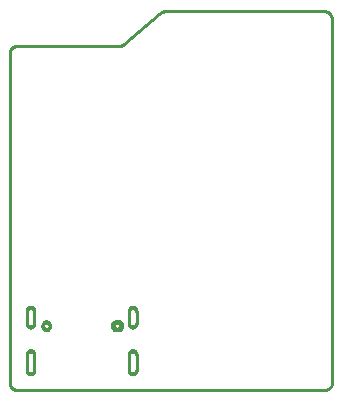
<source format=gbr>
G04 EAGLE Gerber RS-274X export*
G75*
%MOMM*%
%FSLAX34Y34*%
%LPD*%
%IN*%
%IPPOS*%
%AMOC8*
5,1,8,0,0,1.08239X$1,22.5*%
G01*
%ADD10C,0.000000*%
%ADD11C,0.254000*%
%ADD12C,0.254000*%


D10*
X87810Y53848D02*
X87812Y53960D01*
X87818Y54071D01*
X87828Y54183D01*
X87842Y54294D01*
X87859Y54404D01*
X87881Y54514D01*
X87907Y54623D01*
X87936Y54731D01*
X87969Y54837D01*
X88006Y54943D01*
X88047Y55047D01*
X88092Y55150D01*
X88140Y55251D01*
X88191Y55350D01*
X88246Y55447D01*
X88305Y55542D01*
X88366Y55636D01*
X88431Y55727D01*
X88500Y55815D01*
X88571Y55901D01*
X88645Y55985D01*
X88723Y56065D01*
X88803Y56143D01*
X88886Y56219D01*
X88971Y56291D01*
X89059Y56360D01*
X89149Y56426D01*
X89242Y56488D01*
X89337Y56548D01*
X89434Y56604D01*
X89532Y56656D01*
X89633Y56705D01*
X89735Y56750D01*
X89839Y56792D01*
X89944Y56830D01*
X90051Y56864D01*
X90158Y56894D01*
X90267Y56921D01*
X90376Y56943D01*
X90487Y56962D01*
X90597Y56977D01*
X90709Y56988D01*
X90820Y56995D01*
X90932Y56998D01*
X91044Y56997D01*
X91156Y56992D01*
X91267Y56983D01*
X91378Y56970D01*
X91489Y56953D01*
X91599Y56933D01*
X91708Y56908D01*
X91816Y56880D01*
X91923Y56847D01*
X92029Y56811D01*
X92133Y56771D01*
X92236Y56728D01*
X92338Y56681D01*
X92437Y56630D01*
X92535Y56576D01*
X92631Y56518D01*
X92725Y56457D01*
X92816Y56393D01*
X92905Y56326D01*
X92992Y56255D01*
X93076Y56181D01*
X93158Y56105D01*
X93236Y56025D01*
X93312Y55943D01*
X93385Y55858D01*
X93455Y55771D01*
X93521Y55681D01*
X93585Y55589D01*
X93645Y55495D01*
X93702Y55399D01*
X93755Y55300D01*
X93805Y55200D01*
X93851Y55099D01*
X93894Y54995D01*
X93933Y54890D01*
X93968Y54784D01*
X93999Y54677D01*
X94027Y54568D01*
X94050Y54459D01*
X94070Y54349D01*
X94086Y54238D01*
X94098Y54127D01*
X94106Y54016D01*
X94110Y53904D01*
X94110Y53792D01*
X94106Y53680D01*
X94098Y53569D01*
X94086Y53458D01*
X94070Y53347D01*
X94050Y53237D01*
X94027Y53128D01*
X93999Y53019D01*
X93968Y52912D01*
X93933Y52806D01*
X93894Y52701D01*
X93851Y52597D01*
X93805Y52496D01*
X93755Y52396D01*
X93702Y52297D01*
X93645Y52201D01*
X93585Y52107D01*
X93521Y52015D01*
X93455Y51925D01*
X93385Y51838D01*
X93312Y51753D01*
X93236Y51671D01*
X93158Y51591D01*
X93076Y51515D01*
X92992Y51441D01*
X92905Y51370D01*
X92816Y51303D01*
X92725Y51239D01*
X92631Y51178D01*
X92535Y51120D01*
X92437Y51066D01*
X92338Y51015D01*
X92236Y50968D01*
X92133Y50925D01*
X92029Y50885D01*
X91923Y50849D01*
X91816Y50816D01*
X91708Y50788D01*
X91599Y50763D01*
X91489Y50743D01*
X91378Y50726D01*
X91267Y50713D01*
X91156Y50704D01*
X91044Y50699D01*
X90932Y50698D01*
X90820Y50701D01*
X90709Y50708D01*
X90597Y50719D01*
X90487Y50734D01*
X90376Y50753D01*
X90267Y50775D01*
X90158Y50802D01*
X90051Y50832D01*
X89944Y50866D01*
X89839Y50904D01*
X89735Y50946D01*
X89633Y50991D01*
X89532Y51040D01*
X89434Y51092D01*
X89337Y51148D01*
X89242Y51208D01*
X89149Y51270D01*
X89059Y51336D01*
X88971Y51405D01*
X88886Y51477D01*
X88803Y51553D01*
X88723Y51631D01*
X88645Y51711D01*
X88571Y51795D01*
X88500Y51881D01*
X88431Y51969D01*
X88366Y52060D01*
X88305Y52154D01*
X88246Y52249D01*
X88191Y52346D01*
X88140Y52445D01*
X88092Y52546D01*
X88047Y52649D01*
X88006Y52753D01*
X87969Y52859D01*
X87936Y52965D01*
X87907Y53073D01*
X87881Y53182D01*
X87859Y53292D01*
X87842Y53402D01*
X87828Y53513D01*
X87818Y53625D01*
X87812Y53736D01*
X87810Y53848D01*
X27810Y53848D02*
X27812Y53960D01*
X27818Y54071D01*
X27828Y54183D01*
X27842Y54294D01*
X27859Y54404D01*
X27881Y54514D01*
X27907Y54623D01*
X27936Y54731D01*
X27969Y54837D01*
X28006Y54943D01*
X28047Y55047D01*
X28092Y55150D01*
X28140Y55251D01*
X28191Y55350D01*
X28246Y55447D01*
X28305Y55542D01*
X28366Y55636D01*
X28431Y55727D01*
X28500Y55815D01*
X28571Y55901D01*
X28645Y55985D01*
X28723Y56065D01*
X28803Y56143D01*
X28886Y56219D01*
X28971Y56291D01*
X29059Y56360D01*
X29149Y56426D01*
X29242Y56488D01*
X29337Y56548D01*
X29434Y56604D01*
X29532Y56656D01*
X29633Y56705D01*
X29735Y56750D01*
X29839Y56792D01*
X29944Y56830D01*
X30051Y56864D01*
X30158Y56894D01*
X30267Y56921D01*
X30376Y56943D01*
X30487Y56962D01*
X30597Y56977D01*
X30709Y56988D01*
X30820Y56995D01*
X30932Y56998D01*
X31044Y56997D01*
X31156Y56992D01*
X31267Y56983D01*
X31378Y56970D01*
X31489Y56953D01*
X31599Y56933D01*
X31708Y56908D01*
X31816Y56880D01*
X31923Y56847D01*
X32029Y56811D01*
X32133Y56771D01*
X32236Y56728D01*
X32338Y56681D01*
X32437Y56630D01*
X32535Y56576D01*
X32631Y56518D01*
X32725Y56457D01*
X32816Y56393D01*
X32905Y56326D01*
X32992Y56255D01*
X33076Y56181D01*
X33158Y56105D01*
X33236Y56025D01*
X33312Y55943D01*
X33385Y55858D01*
X33455Y55771D01*
X33521Y55681D01*
X33585Y55589D01*
X33645Y55495D01*
X33702Y55399D01*
X33755Y55300D01*
X33805Y55200D01*
X33851Y55099D01*
X33894Y54995D01*
X33933Y54890D01*
X33968Y54784D01*
X33999Y54677D01*
X34027Y54568D01*
X34050Y54459D01*
X34070Y54349D01*
X34086Y54238D01*
X34098Y54127D01*
X34106Y54016D01*
X34110Y53904D01*
X34110Y53792D01*
X34106Y53680D01*
X34098Y53569D01*
X34086Y53458D01*
X34070Y53347D01*
X34050Y53237D01*
X34027Y53128D01*
X33999Y53019D01*
X33968Y52912D01*
X33933Y52806D01*
X33894Y52701D01*
X33851Y52597D01*
X33805Y52496D01*
X33755Y52396D01*
X33702Y52297D01*
X33645Y52201D01*
X33585Y52107D01*
X33521Y52015D01*
X33455Y51925D01*
X33385Y51838D01*
X33312Y51753D01*
X33236Y51671D01*
X33158Y51591D01*
X33076Y51515D01*
X32992Y51441D01*
X32905Y51370D01*
X32816Y51303D01*
X32725Y51239D01*
X32631Y51178D01*
X32535Y51120D01*
X32437Y51066D01*
X32338Y51015D01*
X32236Y50968D01*
X32133Y50925D01*
X32029Y50885D01*
X31923Y50849D01*
X31816Y50816D01*
X31708Y50788D01*
X31599Y50763D01*
X31489Y50743D01*
X31378Y50726D01*
X31267Y50713D01*
X31156Y50704D01*
X31044Y50699D01*
X30932Y50698D01*
X30820Y50701D01*
X30709Y50708D01*
X30597Y50719D01*
X30487Y50734D01*
X30376Y50753D01*
X30267Y50775D01*
X30158Y50802D01*
X30051Y50832D01*
X29944Y50866D01*
X29839Y50904D01*
X29735Y50946D01*
X29633Y50991D01*
X29532Y51040D01*
X29434Y51092D01*
X29337Y51148D01*
X29242Y51208D01*
X29149Y51270D01*
X29059Y51336D01*
X28971Y51405D01*
X28886Y51477D01*
X28803Y51553D01*
X28723Y51631D01*
X28645Y51711D01*
X28571Y51795D01*
X28500Y51881D01*
X28431Y51969D01*
X28366Y52060D01*
X28305Y52154D01*
X28246Y52249D01*
X28191Y52346D01*
X28140Y52445D01*
X28092Y52546D01*
X28047Y52649D01*
X28006Y52753D01*
X27969Y52859D01*
X27936Y52965D01*
X27907Y53073D01*
X27881Y53182D01*
X27859Y53292D01*
X27842Y53402D01*
X27828Y53513D01*
X27818Y53625D01*
X27812Y53736D01*
X27810Y53848D01*
X87960Y53848D02*
X87962Y53957D01*
X87968Y54066D01*
X87978Y54174D01*
X87992Y54282D01*
X88009Y54390D01*
X88031Y54497D01*
X88056Y54603D01*
X88086Y54707D01*
X88119Y54811D01*
X88156Y54914D01*
X88196Y55015D01*
X88240Y55114D01*
X88288Y55212D01*
X88340Y55309D01*
X88394Y55403D01*
X88452Y55495D01*
X88514Y55585D01*
X88579Y55672D01*
X88646Y55758D01*
X88717Y55841D01*
X88791Y55921D01*
X88868Y55998D01*
X88947Y56073D01*
X89029Y56144D01*
X89114Y56213D01*
X89201Y56278D01*
X89290Y56341D01*
X89382Y56399D01*
X89476Y56455D01*
X89571Y56507D01*
X89669Y56556D01*
X89768Y56601D01*
X89869Y56643D01*
X89971Y56680D01*
X90074Y56714D01*
X90179Y56745D01*
X90285Y56771D01*
X90391Y56794D01*
X90499Y56812D01*
X90607Y56827D01*
X90715Y56838D01*
X90824Y56845D01*
X90933Y56848D01*
X91042Y56847D01*
X91151Y56842D01*
X91259Y56833D01*
X91367Y56820D01*
X91475Y56803D01*
X91582Y56783D01*
X91688Y56758D01*
X91793Y56730D01*
X91897Y56698D01*
X92000Y56662D01*
X92102Y56622D01*
X92202Y56579D01*
X92300Y56532D01*
X92397Y56482D01*
X92491Y56428D01*
X92584Y56370D01*
X92675Y56310D01*
X92763Y56246D01*
X92849Y56179D01*
X92932Y56109D01*
X93013Y56036D01*
X93091Y55960D01*
X93166Y55881D01*
X93239Y55799D01*
X93308Y55715D01*
X93374Y55629D01*
X93437Y55540D01*
X93497Y55449D01*
X93554Y55356D01*
X93607Y55261D01*
X93656Y55164D01*
X93702Y55065D01*
X93744Y54965D01*
X93783Y54863D01*
X93818Y54759D01*
X93849Y54655D01*
X93877Y54550D01*
X93900Y54443D01*
X93920Y54336D01*
X93936Y54228D01*
X93948Y54120D01*
X93956Y54011D01*
X93960Y53902D01*
X93960Y53794D01*
X93956Y53685D01*
X93948Y53576D01*
X93936Y53468D01*
X93920Y53360D01*
X93900Y53253D01*
X93877Y53146D01*
X93849Y53041D01*
X93818Y52937D01*
X93783Y52833D01*
X93744Y52731D01*
X93702Y52631D01*
X93656Y52532D01*
X93607Y52435D01*
X93554Y52340D01*
X93497Y52247D01*
X93437Y52156D01*
X93374Y52067D01*
X93308Y51981D01*
X93239Y51897D01*
X93166Y51815D01*
X93091Y51736D01*
X93013Y51660D01*
X92932Y51587D01*
X92849Y51517D01*
X92763Y51450D01*
X92675Y51386D01*
X92584Y51326D01*
X92491Y51268D01*
X92397Y51214D01*
X92300Y51164D01*
X92202Y51117D01*
X92102Y51074D01*
X92000Y51034D01*
X91897Y50998D01*
X91793Y50966D01*
X91688Y50938D01*
X91582Y50913D01*
X91475Y50893D01*
X91367Y50876D01*
X91259Y50863D01*
X91151Y50854D01*
X91042Y50849D01*
X90933Y50848D01*
X90824Y50851D01*
X90715Y50858D01*
X90607Y50869D01*
X90499Y50884D01*
X90391Y50902D01*
X90285Y50925D01*
X90179Y50951D01*
X90074Y50982D01*
X89971Y51016D01*
X89869Y51053D01*
X89768Y51095D01*
X89669Y51140D01*
X89571Y51189D01*
X89476Y51241D01*
X89382Y51297D01*
X89290Y51355D01*
X89201Y51418D01*
X89114Y51483D01*
X89029Y51552D01*
X88947Y51623D01*
X88868Y51698D01*
X88791Y51775D01*
X88717Y51855D01*
X88646Y51938D01*
X88579Y52024D01*
X88514Y52111D01*
X88452Y52201D01*
X88394Y52293D01*
X88340Y52387D01*
X88288Y52484D01*
X88240Y52582D01*
X88196Y52681D01*
X88156Y52782D01*
X88119Y52885D01*
X88086Y52989D01*
X88056Y53093D01*
X88031Y53199D01*
X88009Y53306D01*
X87992Y53414D01*
X87978Y53522D01*
X87968Y53630D01*
X87962Y53739D01*
X87960Y53848D01*
D11*
X86560Y53848D02*
X86572Y54123D01*
X86608Y54395D01*
X86667Y54663D01*
X86750Y54925D01*
X86855Y55179D01*
X86982Y55423D01*
X87130Y55655D01*
X87297Y55873D01*
X87483Y56075D01*
X87685Y56261D01*
X87903Y56428D01*
X88135Y56576D01*
X88379Y56703D01*
X88633Y56808D01*
X88895Y56891D01*
X89163Y56950D01*
X89436Y56986D01*
X89710Y56998D01*
X90712Y56998D01*
X90811Y57004D01*
X90910Y57008D01*
X91010Y57008D01*
X91109Y57004D01*
X91208Y56998D01*
X92210Y56998D01*
X92485Y56986D01*
X92757Y56950D01*
X93025Y56891D01*
X93287Y56808D01*
X93541Y56703D01*
X93785Y56576D01*
X94017Y56428D01*
X94235Y56261D01*
X94437Y56075D01*
X94623Y55873D01*
X94790Y55655D01*
X94938Y55423D01*
X95065Y55179D01*
X95170Y54925D01*
X95253Y54663D01*
X95312Y54395D01*
X95348Y54123D01*
X95360Y53848D01*
X95348Y53574D01*
X95312Y53301D01*
X95253Y53033D01*
X95170Y52771D01*
X95065Y52517D01*
X94938Y52273D01*
X94790Y52041D01*
X94623Y51823D01*
X94437Y51621D01*
X94235Y51435D01*
X94017Y51268D01*
X93785Y51120D01*
X93541Y50993D01*
X93287Y50888D01*
X93025Y50805D01*
X92757Y50746D01*
X92485Y50710D01*
X92210Y50698D01*
X91208Y50698D01*
X91109Y50692D01*
X91010Y50688D01*
X90910Y50688D01*
X90811Y50692D01*
X90712Y50698D01*
X89710Y50698D01*
X89436Y50710D01*
X89163Y50746D01*
X88895Y50805D01*
X88633Y50888D01*
X88379Y50993D01*
X88135Y51120D01*
X87903Y51268D01*
X87685Y51435D01*
X87483Y51621D01*
X87297Y51823D01*
X87130Y52041D01*
X86982Y52273D01*
X86855Y52517D01*
X86750Y52771D01*
X86667Y53033D01*
X86608Y53301D01*
X86572Y53574D01*
X86560Y53848D01*
X100910Y56098D02*
X100910Y66098D01*
X100922Y66381D01*
X100959Y66662D01*
X101021Y66939D01*
X101106Y67210D01*
X101215Y67472D01*
X101345Y67723D01*
X101498Y67962D01*
X101670Y68187D01*
X101862Y68396D01*
X102071Y68588D01*
X102296Y68760D01*
X102535Y68913D01*
X102787Y69043D01*
X103048Y69152D01*
X103319Y69237D01*
X103596Y69299D01*
X103877Y69336D01*
X104160Y69348D01*
X104443Y69336D01*
X104724Y69299D01*
X105001Y69237D01*
X105272Y69152D01*
X105534Y69043D01*
X105785Y68913D01*
X106024Y68760D01*
X106249Y68588D01*
X106458Y68396D01*
X106650Y68187D01*
X106822Y67962D01*
X106975Y67723D01*
X107106Y67472D01*
X107214Y67210D01*
X107299Y66939D01*
X107361Y66662D01*
X107398Y66381D01*
X107410Y66098D01*
X107410Y56098D01*
X107398Y55815D01*
X107361Y55534D01*
X107299Y55257D01*
X107214Y54986D01*
X107106Y54725D01*
X106975Y54473D01*
X106822Y54234D01*
X106650Y54009D01*
X106458Y53800D01*
X106249Y53608D01*
X106024Y53436D01*
X105785Y53283D01*
X105534Y53152D01*
X105272Y53044D01*
X105001Y52959D01*
X104724Y52897D01*
X104443Y52860D01*
X104160Y52848D01*
X103877Y52860D01*
X103596Y52897D01*
X103319Y52959D01*
X103048Y53044D01*
X102787Y53152D01*
X102535Y53283D01*
X102296Y53436D01*
X102071Y53608D01*
X101862Y53800D01*
X101670Y54009D01*
X101498Y54234D01*
X101345Y54473D01*
X101215Y54725D01*
X101106Y54986D01*
X101021Y55257D01*
X100959Y55534D01*
X100922Y55815D01*
X100910Y56098D01*
X14510Y29348D02*
X14510Y16348D01*
X14510Y29348D02*
X14522Y29631D01*
X14559Y29912D01*
X14621Y30189D01*
X14706Y30460D01*
X14814Y30722D01*
X14945Y30973D01*
X15098Y31212D01*
X15270Y31437D01*
X15462Y31646D01*
X15671Y31838D01*
X15896Y32010D01*
X16135Y32163D01*
X16386Y32294D01*
X16648Y32402D01*
X16919Y32487D01*
X17196Y32549D01*
X17477Y32586D01*
X17760Y32598D01*
X18043Y32586D01*
X18324Y32549D01*
X18601Y32487D01*
X18872Y32402D01*
X19134Y32294D01*
X19385Y32163D01*
X19624Y32010D01*
X19849Y31838D01*
X20058Y31646D01*
X20250Y31437D01*
X20422Y31212D01*
X20575Y30973D01*
X20705Y30722D01*
X20814Y30460D01*
X20899Y30189D01*
X20961Y29912D01*
X20998Y29631D01*
X21010Y29348D01*
X21010Y16348D01*
X20998Y16065D01*
X20961Y15784D01*
X20899Y15507D01*
X20814Y15236D01*
X20705Y14974D01*
X20575Y14723D01*
X20422Y14484D01*
X20250Y14259D01*
X20058Y14050D01*
X19849Y13858D01*
X19624Y13686D01*
X19385Y13533D01*
X19134Y13402D01*
X18872Y13294D01*
X18601Y13209D01*
X18324Y13147D01*
X18043Y13110D01*
X17760Y13098D01*
X17477Y13110D01*
X17196Y13147D01*
X16919Y13209D01*
X16648Y13294D01*
X16386Y13402D01*
X16135Y13533D01*
X15896Y13686D01*
X15671Y13858D01*
X15462Y14050D01*
X15270Y14259D01*
X15098Y14484D01*
X14945Y14723D01*
X14814Y14974D01*
X14706Y15236D01*
X14621Y15507D01*
X14559Y15784D01*
X14522Y16065D01*
X14510Y16348D01*
X14510Y56098D02*
X14510Y66098D01*
X14522Y66381D01*
X14559Y66662D01*
X14621Y66939D01*
X14706Y67210D01*
X14814Y67472D01*
X14945Y67723D01*
X15098Y67962D01*
X15270Y68187D01*
X15462Y68396D01*
X15671Y68588D01*
X15896Y68760D01*
X16135Y68913D01*
X16386Y69043D01*
X16648Y69152D01*
X16919Y69237D01*
X17196Y69299D01*
X17477Y69336D01*
X17760Y69348D01*
X18043Y69336D01*
X18324Y69299D01*
X18601Y69237D01*
X18872Y69152D01*
X19134Y69043D01*
X19385Y68913D01*
X19624Y68760D01*
X19849Y68588D01*
X20058Y68396D01*
X20250Y68187D01*
X20422Y67962D01*
X20575Y67723D01*
X20705Y67472D01*
X20814Y67210D01*
X20899Y66939D01*
X20961Y66662D01*
X20998Y66381D01*
X21010Y66098D01*
X21010Y56098D01*
X20998Y55815D01*
X20961Y55534D01*
X20899Y55257D01*
X20814Y54986D01*
X20705Y54725D01*
X20575Y54473D01*
X20422Y54234D01*
X20250Y54009D01*
X20058Y53800D01*
X19849Y53608D01*
X19624Y53436D01*
X19385Y53283D01*
X19134Y53152D01*
X18872Y53044D01*
X18601Y52959D01*
X18324Y52897D01*
X18043Y52860D01*
X17760Y52848D01*
X17477Y52860D01*
X17196Y52897D01*
X16919Y52959D01*
X16648Y53044D01*
X16386Y53152D01*
X16135Y53283D01*
X15896Y53436D01*
X15671Y53608D01*
X15462Y53800D01*
X15270Y54009D01*
X15098Y54234D01*
X14945Y54473D01*
X14814Y54725D01*
X14706Y54986D01*
X14621Y55257D01*
X14559Y55534D01*
X14522Y55815D01*
X14510Y56098D01*
X100910Y29348D02*
X100910Y16348D01*
X100910Y29348D02*
X100922Y29631D01*
X100959Y29912D01*
X101021Y30189D01*
X101106Y30460D01*
X101215Y30722D01*
X101345Y30973D01*
X101498Y31212D01*
X101670Y31437D01*
X101862Y31646D01*
X102071Y31838D01*
X102296Y32010D01*
X102535Y32163D01*
X102787Y32294D01*
X103048Y32402D01*
X103319Y32487D01*
X103596Y32549D01*
X103877Y32586D01*
X104160Y32598D01*
X104443Y32586D01*
X104724Y32549D01*
X105001Y32487D01*
X105272Y32402D01*
X105534Y32294D01*
X105785Y32163D01*
X106024Y32010D01*
X106249Y31838D01*
X106458Y31646D01*
X106650Y31437D01*
X106822Y31212D01*
X106975Y30973D01*
X107106Y30722D01*
X107214Y30460D01*
X107299Y30189D01*
X107361Y29912D01*
X107398Y29631D01*
X107410Y29348D01*
X107410Y16348D01*
X107398Y16065D01*
X107361Y15784D01*
X107299Y15507D01*
X107214Y15236D01*
X107106Y14974D01*
X106975Y14723D01*
X106822Y14484D01*
X106650Y14259D01*
X106458Y14050D01*
X106249Y13858D01*
X106024Y13686D01*
X105785Y13533D01*
X105534Y13402D01*
X105272Y13294D01*
X105001Y13209D01*
X104724Y13147D01*
X104443Y13110D01*
X104160Y13098D01*
X103877Y13110D01*
X103596Y13147D01*
X103319Y13209D01*
X103048Y13294D01*
X102787Y13402D01*
X102535Y13533D01*
X102296Y13686D01*
X102071Y13858D01*
X101862Y14050D01*
X101670Y14259D01*
X101498Y14484D01*
X101345Y14723D01*
X101215Y14974D01*
X101106Y15236D01*
X101021Y15507D01*
X100959Y15784D01*
X100922Y16065D01*
X100910Y16348D01*
X34110Y53600D02*
X34100Y53490D01*
X34085Y53380D01*
X34067Y53270D01*
X34045Y53162D01*
X34019Y53054D01*
X33989Y52947D01*
X33955Y52841D01*
X33918Y52736D01*
X33877Y52633D01*
X33833Y52532D01*
X33785Y52432D01*
X33733Y52333D01*
X33678Y52237D01*
X33620Y52142D01*
X33559Y52050D01*
X33494Y51960D01*
X33426Y51872D01*
X33355Y51787D01*
X33281Y51704D01*
X33205Y51624D01*
X33125Y51546D01*
X33043Y51472D01*
X32958Y51400D01*
X32871Y51332D01*
X32782Y51266D01*
X32690Y51204D01*
X32596Y51145D01*
X32500Y51089D01*
X32402Y51036D01*
X32303Y50988D01*
X32202Y50942D01*
X32099Y50900D01*
X31995Y50862D01*
X31889Y50828D01*
X31783Y50797D01*
X31675Y50770D01*
X31566Y50747D01*
X31457Y50727D01*
X31347Y50712D01*
X31237Y50700D01*
X31126Y50692D01*
X31015Y50688D01*
X30905Y50688D01*
X30794Y50692D01*
X30683Y50700D01*
X30573Y50712D01*
X30463Y50727D01*
X30354Y50747D01*
X30245Y50770D01*
X30137Y50797D01*
X30031Y50828D01*
X29925Y50862D01*
X29821Y50900D01*
X29718Y50942D01*
X29617Y50988D01*
X29518Y51036D01*
X29420Y51089D01*
X29324Y51145D01*
X29230Y51204D01*
X29138Y51266D01*
X29049Y51332D01*
X28962Y51400D01*
X28877Y51472D01*
X28795Y51546D01*
X28715Y51624D01*
X28639Y51704D01*
X28565Y51787D01*
X28494Y51872D01*
X28426Y51960D01*
X28361Y52050D01*
X28300Y52142D01*
X28242Y52237D01*
X28187Y52333D01*
X28135Y52432D01*
X28087Y52532D01*
X28043Y52633D01*
X28002Y52736D01*
X27965Y52841D01*
X27931Y52947D01*
X27901Y53054D01*
X27875Y53162D01*
X27853Y53270D01*
X27835Y53380D01*
X27820Y53490D01*
X27810Y53600D01*
X27810Y54096D01*
X27820Y54206D01*
X27835Y54316D01*
X27853Y54426D01*
X27875Y54534D01*
X27901Y54642D01*
X27931Y54749D01*
X27965Y54855D01*
X28002Y54960D01*
X28043Y55063D01*
X28087Y55164D01*
X28135Y55264D01*
X28187Y55363D01*
X28242Y55459D01*
X28300Y55554D01*
X28361Y55646D01*
X28426Y55736D01*
X28494Y55824D01*
X28565Y55909D01*
X28639Y55992D01*
X28715Y56072D01*
X28795Y56150D01*
X28877Y56224D01*
X28962Y56296D01*
X29049Y56364D01*
X29138Y56430D01*
X29230Y56492D01*
X29324Y56551D01*
X29420Y56607D01*
X29518Y56660D01*
X29617Y56708D01*
X29718Y56754D01*
X29821Y56796D01*
X29925Y56834D01*
X30031Y56868D01*
X30137Y56899D01*
X30245Y56926D01*
X30354Y56949D01*
X30463Y56969D01*
X30573Y56984D01*
X30683Y56996D01*
X30794Y57004D01*
X30905Y57008D01*
X31015Y57008D01*
X31126Y57004D01*
X31237Y56996D01*
X31347Y56984D01*
X31457Y56969D01*
X31566Y56949D01*
X31675Y56926D01*
X31783Y56899D01*
X31889Y56868D01*
X31995Y56834D01*
X32099Y56796D01*
X32202Y56754D01*
X32303Y56708D01*
X32402Y56660D01*
X32500Y56607D01*
X32596Y56551D01*
X32690Y56492D01*
X32782Y56430D01*
X32871Y56364D01*
X32958Y56296D01*
X33043Y56224D01*
X33125Y56150D01*
X33205Y56072D01*
X33281Y55992D01*
X33355Y55909D01*
X33426Y55824D01*
X33494Y55736D01*
X33559Y55646D01*
X33620Y55554D01*
X33678Y55459D01*
X33733Y55363D01*
X33785Y55264D01*
X33833Y55164D01*
X33877Y55063D01*
X33918Y54960D01*
X33955Y54855D01*
X33989Y54749D01*
X34019Y54642D01*
X34045Y54534D01*
X34067Y54426D01*
X34085Y54316D01*
X34100Y54206D01*
X34110Y54096D01*
X34110Y53600D01*
X0Y5842D02*
X0Y284988D01*
X0Y5842D02*
X9Y5688D01*
X21Y5534D01*
X37Y5380D01*
X57Y5227D01*
X81Y5074D01*
X109Y4922D01*
X141Y4771D01*
X176Y4620D01*
X215Y4471D01*
X259Y4322D01*
X305Y4175D01*
X356Y4029D01*
X410Y3884D01*
X468Y3741D01*
X529Y3599D01*
X594Y3459D01*
X663Y3320D01*
X735Y3183D01*
X811Y3049D01*
X889Y2916D01*
X972Y2785D01*
X1057Y2656D01*
X1146Y2530D01*
X1238Y2405D01*
X1333Y2283D01*
X1431Y2164D01*
X1532Y2047D01*
X1636Y1933D01*
X1743Y1821D01*
X1853Y1712D01*
X1965Y1606D01*
X2080Y1503D01*
X2198Y1403D01*
X2318Y1305D01*
X2441Y1211D01*
X2566Y1120D01*
X2693Y1032D01*
X2822Y948D01*
X2954Y866D01*
X3087Y789D01*
X3223Y714D01*
X3360Y643D01*
X3499Y575D01*
X3640Y511D01*
X3782Y451D01*
X3926Y394D01*
X4071Y341D01*
X4217Y292D01*
X4365Y246D01*
X4514Y204D01*
X4663Y166D01*
X4814Y131D01*
X4965Y101D01*
X5118Y74D01*
X5271Y51D01*
X5424Y32D01*
X5578Y17D01*
X5732Y6D01*
X5886Y-1D01*
X6041Y-5D01*
X6195Y-4D01*
X6350Y0D01*
X266700Y0D01*
X267253Y24D01*
X267410Y40D01*
X267565Y59D01*
X267721Y83D01*
X267875Y110D01*
X268029Y141D01*
X268182Y175D01*
X268334Y214D01*
X268486Y256D01*
X268636Y302D01*
X268785Y352D01*
X268932Y405D01*
X269079Y462D01*
X269223Y523D01*
X269367Y587D01*
X269508Y655D01*
X269648Y726D01*
X269786Y801D01*
X269923Y879D01*
X270057Y960D01*
X270189Y1045D01*
X270319Y1132D01*
X270447Y1224D01*
X270573Y1318D01*
X270696Y1415D01*
X270817Y1515D01*
X270935Y1619D01*
X271051Y1725D01*
X271164Y1834D01*
X271274Y1945D01*
X271382Y2060D01*
X271486Y2177D01*
X271588Y2297D01*
X271687Y2419D01*
X271782Y2543D01*
X271875Y2670D01*
X271964Y2799D01*
X272050Y2930D01*
X272133Y3064D01*
X272213Y3199D01*
X272289Y3336D01*
X272362Y3475D01*
X272431Y3616D01*
X272497Y3759D01*
X272559Y3903D01*
X272618Y4048D01*
X272673Y4195D01*
X272725Y4344D01*
X272772Y4493D01*
X272817Y4644D01*
X272857Y4796D01*
X272893Y4948D01*
X272926Y5102D01*
X272955Y5256D01*
X272980Y5411D01*
X273002Y5567D01*
X273019Y5723D01*
X273033Y5879D01*
X273042Y6036D01*
X273048Y6193D01*
X273050Y6350D01*
X272796Y314198D01*
X272772Y314751D01*
X272756Y314908D01*
X272737Y315063D01*
X272713Y315219D01*
X272686Y315373D01*
X272655Y315527D01*
X272621Y315680D01*
X272582Y315832D01*
X272540Y315984D01*
X272494Y316134D01*
X272444Y316283D01*
X272391Y316430D01*
X272334Y316577D01*
X272273Y316721D01*
X272209Y316865D01*
X272141Y317006D01*
X272070Y317146D01*
X271995Y317284D01*
X271917Y317421D01*
X271836Y317555D01*
X271751Y317687D01*
X271664Y317817D01*
X271572Y317945D01*
X271478Y318071D01*
X271381Y318194D01*
X271281Y318315D01*
X271177Y318433D01*
X271071Y318549D01*
X270962Y318662D01*
X270851Y318772D01*
X270736Y318880D01*
X270619Y318984D01*
X270499Y319086D01*
X270377Y319185D01*
X270253Y319280D01*
X270126Y319373D01*
X269997Y319462D01*
X269866Y319548D01*
X269732Y319631D01*
X269597Y319711D01*
X269460Y319787D01*
X269321Y319860D01*
X269180Y319929D01*
X269037Y319995D01*
X268893Y320057D01*
X268748Y320116D01*
X268601Y320171D01*
X268452Y320223D01*
X268303Y320270D01*
X268152Y320315D01*
X268000Y320355D01*
X267848Y320391D01*
X267694Y320424D01*
X267540Y320453D01*
X267385Y320478D01*
X267229Y320500D01*
X267073Y320517D01*
X266917Y320531D01*
X266760Y320540D01*
X266603Y320546D01*
X266446Y320548D01*
X131796Y320548D01*
X131640Y320546D01*
X131483Y320540D01*
X131327Y320531D01*
X131171Y320517D01*
X131015Y320500D01*
X130860Y320479D01*
X130706Y320454D01*
X130552Y320425D01*
X130399Y320392D01*
X130247Y320356D01*
X130095Y320316D01*
X129945Y320272D01*
X129796Y320225D01*
X129648Y320174D01*
X129501Y320119D01*
X129356Y320061D01*
X129212Y319999D01*
X129070Y319933D01*
X128930Y319864D01*
X128791Y319792D01*
X128654Y319716D01*
X128519Y319637D01*
X128386Y319555D01*
X128255Y319469D01*
X128126Y319380D01*
X128000Y319288D01*
X127875Y319193D01*
X127753Y319095D01*
X127634Y318994D01*
X127517Y318890D01*
X127403Y318783D01*
X127291Y318673D01*
X127182Y318561D01*
X127076Y318446D01*
X126973Y318328D01*
X126872Y318208D01*
X97918Y293678D01*
X97917Y293678D02*
X97794Y293550D01*
X97668Y293424D01*
X97538Y293301D01*
X97406Y293181D01*
X97271Y293065D01*
X97133Y292952D01*
X96993Y292842D01*
X96849Y292736D01*
X96704Y292633D01*
X96556Y292534D01*
X96405Y292438D01*
X96253Y292346D01*
X96098Y292257D01*
X95941Y292172D01*
X95782Y292091D01*
X95621Y292014D01*
X95459Y291941D01*
X95294Y291872D01*
X95128Y291806D01*
X94961Y291745D01*
X94792Y291688D01*
X94622Y291634D01*
X94451Y291585D01*
X94278Y291540D01*
X94104Y291499D01*
X93930Y291463D01*
X93755Y291430D01*
X93579Y291402D01*
X93402Y291378D01*
X93225Y291358D01*
X93047Y291342D01*
X92869Y291331D01*
X92691Y291324D01*
X92513Y291321D01*
X92334Y291323D01*
X92156Y291328D01*
X91978Y291338D01*
X6858Y291338D01*
X5797Y291314D01*
X5640Y291298D01*
X5485Y291279D01*
X5329Y291255D01*
X5175Y291228D01*
X5021Y291197D01*
X4868Y291163D01*
X4716Y291124D01*
X4564Y291082D01*
X4414Y291036D01*
X4265Y290986D01*
X4118Y290933D01*
X3971Y290876D01*
X3827Y290815D01*
X3683Y290751D01*
X3542Y290683D01*
X3402Y290612D01*
X3264Y290537D01*
X3127Y290459D01*
X2993Y290378D01*
X2861Y290293D01*
X2731Y290206D01*
X2603Y290114D01*
X2477Y290020D01*
X2354Y289923D01*
X2233Y289823D01*
X2115Y289719D01*
X1999Y289613D01*
X1886Y289504D01*
X1776Y289393D01*
X1668Y289278D01*
X1564Y289161D01*
X1462Y289041D01*
X1363Y288919D01*
X1268Y288795D01*
X1175Y288668D01*
X1086Y288539D01*
X1000Y288408D01*
X917Y288274D01*
X837Y288139D01*
X761Y288002D01*
X688Y287863D01*
X619Y287722D01*
X553Y287579D01*
X491Y287435D01*
X432Y287290D01*
X377Y287143D01*
X325Y286994D01*
X278Y286845D01*
X233Y286694D01*
X193Y286542D01*
X157Y286390D01*
X124Y286236D01*
X95Y286082D01*
X70Y285927D01*
X48Y285771D01*
X31Y285615D01*
X17Y285459D01*
X8Y285302D01*
X2Y285145D01*
X0Y284988D01*
D10*
X104160Y70364D02*
X104271Y70362D01*
X104382Y70356D01*
X104492Y70347D01*
X104603Y70334D01*
X104712Y70317D01*
X104821Y70296D01*
X104929Y70272D01*
X105037Y70243D01*
X105143Y70212D01*
X105248Y70176D01*
X105352Y70137D01*
X105455Y70095D01*
X105556Y70049D01*
X105655Y70000D01*
X105753Y69947D01*
X105849Y69891D01*
X105942Y69832D01*
X106034Y69769D01*
X106124Y69704D01*
X106211Y69635D01*
X106296Y69564D01*
X106378Y69489D01*
X106458Y69412D01*
X106535Y69332D01*
X106610Y69250D01*
X106681Y69165D01*
X106750Y69078D01*
X106815Y68988D01*
X106878Y68896D01*
X106937Y68803D01*
X106993Y68707D01*
X107046Y68609D01*
X107095Y68510D01*
X107141Y68409D01*
X107183Y68306D01*
X107222Y68202D01*
X107258Y68097D01*
X107289Y67991D01*
X107318Y67883D01*
X107342Y67775D01*
X107363Y67666D01*
X107380Y67557D01*
X107393Y67446D01*
X107402Y67336D01*
X107408Y67225D01*
X107410Y67114D01*
X107410Y57114D01*
X107408Y57003D01*
X107402Y56892D01*
X107393Y56782D01*
X107380Y56671D01*
X107363Y56562D01*
X107342Y56453D01*
X107318Y56345D01*
X107289Y56237D01*
X107258Y56131D01*
X107222Y56026D01*
X107183Y55922D01*
X107141Y55819D01*
X107095Y55718D01*
X107046Y55619D01*
X106993Y55521D01*
X106937Y55425D01*
X106878Y55332D01*
X106815Y55240D01*
X106750Y55150D01*
X106681Y55063D01*
X106610Y54978D01*
X106535Y54896D01*
X106458Y54816D01*
X106378Y54739D01*
X106296Y54664D01*
X106211Y54593D01*
X106124Y54524D01*
X106034Y54459D01*
X105942Y54396D01*
X105849Y54337D01*
X105753Y54281D01*
X105655Y54228D01*
X105556Y54179D01*
X105455Y54133D01*
X105352Y54091D01*
X105248Y54052D01*
X105143Y54016D01*
X105037Y53985D01*
X104929Y53956D01*
X104821Y53932D01*
X104712Y53911D01*
X104603Y53894D01*
X104492Y53881D01*
X104382Y53872D01*
X104271Y53866D01*
X104160Y53864D01*
X104049Y53866D01*
X103938Y53872D01*
X103828Y53881D01*
X103717Y53894D01*
X103608Y53911D01*
X103499Y53932D01*
X103391Y53956D01*
X103283Y53985D01*
X103177Y54016D01*
X103072Y54052D01*
X102968Y54091D01*
X102865Y54133D01*
X102764Y54179D01*
X102665Y54228D01*
X102567Y54281D01*
X102471Y54337D01*
X102378Y54396D01*
X102286Y54459D01*
X102196Y54524D01*
X102109Y54593D01*
X102024Y54664D01*
X101942Y54739D01*
X101862Y54816D01*
X101785Y54896D01*
X101710Y54978D01*
X101639Y55063D01*
X101570Y55150D01*
X101505Y55240D01*
X101442Y55332D01*
X101383Y55425D01*
X101327Y55521D01*
X101274Y55619D01*
X101225Y55718D01*
X101179Y55819D01*
X101137Y55922D01*
X101098Y56026D01*
X101062Y56131D01*
X101031Y56237D01*
X101002Y56345D01*
X100978Y56453D01*
X100957Y56562D01*
X100940Y56671D01*
X100927Y56782D01*
X100918Y56892D01*
X100912Y57003D01*
X100910Y57114D01*
X100910Y67114D01*
X100912Y67225D01*
X100918Y67336D01*
X100927Y67446D01*
X100940Y67557D01*
X100957Y67666D01*
X100978Y67775D01*
X101002Y67883D01*
X101031Y67991D01*
X101062Y68097D01*
X101098Y68202D01*
X101137Y68306D01*
X101179Y68409D01*
X101225Y68510D01*
X101274Y68609D01*
X101327Y68707D01*
X101383Y68803D01*
X101442Y68896D01*
X101505Y68988D01*
X101570Y69078D01*
X101639Y69165D01*
X101710Y69250D01*
X101785Y69332D01*
X101862Y69412D01*
X101942Y69489D01*
X102024Y69564D01*
X102109Y69635D01*
X102196Y69704D01*
X102286Y69769D01*
X102378Y69832D01*
X102471Y69891D01*
X102567Y69947D01*
X102665Y70000D01*
X102764Y70049D01*
X102865Y70095D01*
X102968Y70137D01*
X103072Y70176D01*
X103177Y70212D01*
X103283Y70243D01*
X103391Y70272D01*
X103499Y70296D01*
X103608Y70317D01*
X103717Y70334D01*
X103828Y70347D01*
X103938Y70356D01*
X104049Y70362D01*
X104160Y70364D01*
X21010Y67114D02*
X21008Y67225D01*
X21002Y67336D01*
X20993Y67446D01*
X20980Y67557D01*
X20963Y67666D01*
X20942Y67775D01*
X20918Y67883D01*
X20889Y67991D01*
X20858Y68097D01*
X20822Y68202D01*
X20783Y68306D01*
X20741Y68409D01*
X20695Y68510D01*
X20646Y68609D01*
X20593Y68707D01*
X20537Y68803D01*
X20478Y68896D01*
X20415Y68988D01*
X20350Y69078D01*
X20281Y69165D01*
X20210Y69250D01*
X20135Y69332D01*
X20058Y69412D01*
X19978Y69489D01*
X19896Y69564D01*
X19811Y69635D01*
X19724Y69704D01*
X19634Y69769D01*
X19542Y69832D01*
X19449Y69891D01*
X19353Y69947D01*
X19255Y70000D01*
X19156Y70049D01*
X19055Y70095D01*
X18952Y70137D01*
X18848Y70176D01*
X18743Y70212D01*
X18637Y70243D01*
X18529Y70272D01*
X18421Y70296D01*
X18312Y70317D01*
X18203Y70334D01*
X18092Y70347D01*
X17982Y70356D01*
X17871Y70362D01*
X17760Y70364D01*
X21010Y67114D02*
X21010Y57114D01*
X21008Y57003D01*
X21002Y56892D01*
X20993Y56782D01*
X20980Y56671D01*
X20963Y56562D01*
X20942Y56453D01*
X20918Y56345D01*
X20889Y56237D01*
X20858Y56131D01*
X20822Y56026D01*
X20783Y55922D01*
X20741Y55819D01*
X20695Y55718D01*
X20646Y55619D01*
X20593Y55521D01*
X20537Y55425D01*
X20478Y55332D01*
X20415Y55240D01*
X20350Y55150D01*
X20281Y55063D01*
X20210Y54978D01*
X20135Y54896D01*
X20058Y54816D01*
X19978Y54739D01*
X19896Y54664D01*
X19811Y54593D01*
X19724Y54524D01*
X19634Y54459D01*
X19542Y54396D01*
X19449Y54337D01*
X19353Y54281D01*
X19255Y54228D01*
X19156Y54179D01*
X19055Y54133D01*
X18952Y54091D01*
X18848Y54052D01*
X18743Y54016D01*
X18637Y53985D01*
X18529Y53956D01*
X18421Y53932D01*
X18312Y53911D01*
X18203Y53894D01*
X18092Y53881D01*
X17982Y53872D01*
X17871Y53866D01*
X17760Y53864D01*
X17649Y53866D01*
X17538Y53872D01*
X17428Y53881D01*
X17317Y53894D01*
X17208Y53911D01*
X17099Y53932D01*
X16991Y53956D01*
X16883Y53985D01*
X16777Y54016D01*
X16672Y54052D01*
X16568Y54091D01*
X16465Y54133D01*
X16364Y54179D01*
X16265Y54228D01*
X16167Y54281D01*
X16071Y54337D01*
X15978Y54396D01*
X15886Y54459D01*
X15796Y54524D01*
X15709Y54593D01*
X15624Y54664D01*
X15542Y54739D01*
X15462Y54816D01*
X15385Y54896D01*
X15310Y54978D01*
X15239Y55063D01*
X15170Y55150D01*
X15105Y55240D01*
X15042Y55332D01*
X14983Y55425D01*
X14927Y55521D01*
X14874Y55619D01*
X14825Y55718D01*
X14779Y55819D01*
X14737Y55922D01*
X14698Y56026D01*
X14662Y56131D01*
X14631Y56237D01*
X14602Y56345D01*
X14578Y56453D01*
X14557Y56562D01*
X14540Y56671D01*
X14527Y56782D01*
X14518Y56892D01*
X14512Y57003D01*
X14510Y57114D01*
X14510Y67114D01*
X14512Y67225D01*
X14518Y67336D01*
X14527Y67446D01*
X14540Y67557D01*
X14557Y67666D01*
X14578Y67775D01*
X14602Y67883D01*
X14631Y67991D01*
X14662Y68097D01*
X14698Y68202D01*
X14737Y68306D01*
X14779Y68409D01*
X14825Y68510D01*
X14874Y68609D01*
X14927Y68707D01*
X14983Y68803D01*
X15042Y68896D01*
X15105Y68988D01*
X15170Y69078D01*
X15239Y69165D01*
X15310Y69250D01*
X15385Y69332D01*
X15462Y69412D01*
X15542Y69489D01*
X15624Y69564D01*
X15709Y69635D01*
X15796Y69704D01*
X15886Y69769D01*
X15978Y69832D01*
X16071Y69891D01*
X16167Y69947D01*
X16265Y70000D01*
X16364Y70049D01*
X16465Y70095D01*
X16568Y70137D01*
X16672Y70176D01*
X16777Y70212D01*
X16883Y70243D01*
X16991Y70272D01*
X17099Y70296D01*
X17208Y70317D01*
X17317Y70334D01*
X17428Y70347D01*
X17538Y70356D01*
X17649Y70362D01*
X17760Y70364D01*
X107410Y30364D02*
X107410Y17364D01*
X107408Y17253D01*
X107402Y17142D01*
X107393Y17032D01*
X107380Y16921D01*
X107363Y16812D01*
X107342Y16703D01*
X107318Y16595D01*
X107289Y16487D01*
X107258Y16381D01*
X107222Y16276D01*
X107183Y16172D01*
X107141Y16069D01*
X107095Y15968D01*
X107046Y15869D01*
X106993Y15771D01*
X106937Y15675D01*
X106878Y15582D01*
X106815Y15490D01*
X106750Y15400D01*
X106681Y15313D01*
X106610Y15228D01*
X106535Y15146D01*
X106458Y15066D01*
X106378Y14989D01*
X106296Y14914D01*
X106211Y14843D01*
X106124Y14774D01*
X106034Y14709D01*
X105942Y14646D01*
X105849Y14587D01*
X105753Y14531D01*
X105655Y14478D01*
X105556Y14429D01*
X105455Y14383D01*
X105352Y14341D01*
X105248Y14302D01*
X105143Y14266D01*
X105037Y14235D01*
X104929Y14206D01*
X104821Y14182D01*
X104712Y14161D01*
X104603Y14144D01*
X104492Y14131D01*
X104382Y14122D01*
X104271Y14116D01*
X104160Y14114D01*
X104049Y14116D01*
X103938Y14122D01*
X103828Y14131D01*
X103717Y14144D01*
X103608Y14161D01*
X103499Y14182D01*
X103391Y14206D01*
X103283Y14235D01*
X103177Y14266D01*
X103072Y14302D01*
X102968Y14341D01*
X102865Y14383D01*
X102764Y14429D01*
X102665Y14478D01*
X102567Y14531D01*
X102471Y14587D01*
X102378Y14646D01*
X102286Y14709D01*
X102196Y14774D01*
X102109Y14843D01*
X102024Y14914D01*
X101942Y14989D01*
X101862Y15066D01*
X101785Y15146D01*
X101710Y15228D01*
X101639Y15313D01*
X101570Y15400D01*
X101505Y15490D01*
X101442Y15582D01*
X101383Y15675D01*
X101327Y15771D01*
X101274Y15869D01*
X101225Y15968D01*
X101179Y16069D01*
X101137Y16172D01*
X101098Y16276D01*
X101062Y16381D01*
X101031Y16487D01*
X101002Y16595D01*
X100978Y16703D01*
X100957Y16812D01*
X100940Y16921D01*
X100927Y17032D01*
X100918Y17142D01*
X100912Y17253D01*
X100910Y17364D01*
X100910Y30364D01*
X100912Y30475D01*
X100918Y30586D01*
X100927Y30696D01*
X100940Y30807D01*
X100957Y30916D01*
X100978Y31025D01*
X101002Y31133D01*
X101031Y31241D01*
X101062Y31347D01*
X101098Y31452D01*
X101137Y31556D01*
X101179Y31659D01*
X101225Y31760D01*
X101274Y31859D01*
X101327Y31957D01*
X101383Y32053D01*
X101442Y32146D01*
X101505Y32238D01*
X101570Y32328D01*
X101639Y32415D01*
X101710Y32500D01*
X101785Y32582D01*
X101862Y32662D01*
X101942Y32739D01*
X102024Y32814D01*
X102109Y32885D01*
X102196Y32954D01*
X102286Y33019D01*
X102378Y33082D01*
X102471Y33141D01*
X102567Y33197D01*
X102665Y33250D01*
X102764Y33299D01*
X102865Y33345D01*
X102968Y33387D01*
X103072Y33426D01*
X103177Y33462D01*
X103283Y33493D01*
X103391Y33522D01*
X103499Y33546D01*
X103608Y33567D01*
X103717Y33584D01*
X103828Y33597D01*
X103938Y33606D01*
X104049Y33612D01*
X104160Y33614D01*
X104271Y33612D01*
X104382Y33606D01*
X104492Y33597D01*
X104603Y33584D01*
X104712Y33567D01*
X104821Y33546D01*
X104929Y33522D01*
X105037Y33493D01*
X105143Y33462D01*
X105248Y33426D01*
X105352Y33387D01*
X105455Y33345D01*
X105556Y33299D01*
X105655Y33250D01*
X105753Y33197D01*
X105849Y33141D01*
X105942Y33082D01*
X106034Y33019D01*
X106124Y32954D01*
X106211Y32885D01*
X106296Y32814D01*
X106378Y32739D01*
X106458Y32662D01*
X106535Y32582D01*
X106610Y32500D01*
X106681Y32415D01*
X106750Y32328D01*
X106815Y32238D01*
X106878Y32146D01*
X106937Y32053D01*
X106993Y31957D01*
X107046Y31859D01*
X107095Y31760D01*
X107141Y31659D01*
X107183Y31556D01*
X107222Y31452D01*
X107258Y31347D01*
X107289Y31241D01*
X107318Y31133D01*
X107342Y31025D01*
X107363Y30916D01*
X107380Y30807D01*
X107393Y30696D01*
X107402Y30586D01*
X107408Y30475D01*
X107410Y30364D01*
X21010Y30364D02*
X21010Y17364D01*
X21008Y17253D01*
X21002Y17142D01*
X20993Y17032D01*
X20980Y16921D01*
X20963Y16812D01*
X20942Y16703D01*
X20918Y16595D01*
X20889Y16487D01*
X20858Y16381D01*
X20822Y16276D01*
X20783Y16172D01*
X20741Y16069D01*
X20695Y15968D01*
X20646Y15869D01*
X20593Y15771D01*
X20537Y15675D01*
X20478Y15582D01*
X20415Y15490D01*
X20350Y15400D01*
X20281Y15313D01*
X20210Y15228D01*
X20135Y15146D01*
X20058Y15066D01*
X19978Y14989D01*
X19896Y14914D01*
X19811Y14843D01*
X19724Y14774D01*
X19634Y14709D01*
X19542Y14646D01*
X19449Y14587D01*
X19353Y14531D01*
X19255Y14478D01*
X19156Y14429D01*
X19055Y14383D01*
X18952Y14341D01*
X18848Y14302D01*
X18743Y14266D01*
X18637Y14235D01*
X18529Y14206D01*
X18421Y14182D01*
X18312Y14161D01*
X18203Y14144D01*
X18092Y14131D01*
X17982Y14122D01*
X17871Y14116D01*
X17760Y14114D01*
X17649Y14116D01*
X17538Y14122D01*
X17428Y14131D01*
X17317Y14144D01*
X17208Y14161D01*
X17099Y14182D01*
X16991Y14206D01*
X16883Y14235D01*
X16777Y14266D01*
X16672Y14302D01*
X16568Y14341D01*
X16465Y14383D01*
X16364Y14429D01*
X16265Y14478D01*
X16167Y14531D01*
X16071Y14587D01*
X15978Y14646D01*
X15886Y14709D01*
X15796Y14774D01*
X15709Y14843D01*
X15624Y14914D01*
X15542Y14989D01*
X15462Y15066D01*
X15385Y15146D01*
X15310Y15228D01*
X15239Y15313D01*
X15170Y15400D01*
X15105Y15490D01*
X15042Y15582D01*
X14983Y15675D01*
X14927Y15771D01*
X14874Y15869D01*
X14825Y15968D01*
X14779Y16069D01*
X14737Y16172D01*
X14698Y16276D01*
X14662Y16381D01*
X14631Y16487D01*
X14602Y16595D01*
X14578Y16703D01*
X14557Y16812D01*
X14540Y16921D01*
X14527Y17032D01*
X14518Y17142D01*
X14512Y17253D01*
X14510Y17364D01*
X14510Y30364D01*
X14512Y30475D01*
X14518Y30586D01*
X14527Y30696D01*
X14540Y30807D01*
X14557Y30916D01*
X14578Y31025D01*
X14602Y31133D01*
X14631Y31241D01*
X14662Y31347D01*
X14698Y31452D01*
X14737Y31556D01*
X14779Y31659D01*
X14825Y31760D01*
X14874Y31859D01*
X14927Y31957D01*
X14983Y32053D01*
X15042Y32146D01*
X15105Y32238D01*
X15170Y32328D01*
X15239Y32415D01*
X15310Y32500D01*
X15385Y32582D01*
X15462Y32662D01*
X15542Y32739D01*
X15624Y32814D01*
X15709Y32885D01*
X15796Y32954D01*
X15886Y33019D01*
X15978Y33082D01*
X16071Y33141D01*
X16167Y33197D01*
X16265Y33250D01*
X16364Y33299D01*
X16465Y33345D01*
X16568Y33387D01*
X16672Y33426D01*
X16777Y33462D01*
X16883Y33493D01*
X16991Y33522D01*
X17099Y33546D01*
X17208Y33567D01*
X17317Y33584D01*
X17428Y33597D01*
X17538Y33606D01*
X17649Y33612D01*
X17760Y33614D01*
X17871Y33612D01*
X17982Y33606D01*
X18092Y33597D01*
X18203Y33584D01*
X18312Y33567D01*
X18421Y33546D01*
X18529Y33522D01*
X18637Y33493D01*
X18743Y33462D01*
X18848Y33426D01*
X18952Y33387D01*
X19055Y33345D01*
X19156Y33299D01*
X19255Y33250D01*
X19353Y33197D01*
X19449Y33141D01*
X19542Y33082D01*
X19634Y33019D01*
X19724Y32954D01*
X19811Y32885D01*
X19896Y32814D01*
X19978Y32739D01*
X20058Y32662D01*
X20135Y32582D01*
X20210Y32500D01*
X20281Y32415D01*
X20350Y32328D01*
X20415Y32238D01*
X20478Y32146D01*
X20537Y32053D01*
X20593Y31957D01*
X20646Y31859D01*
X20695Y31760D01*
X20741Y31659D01*
X20783Y31556D01*
X20822Y31452D01*
X20858Y31347D01*
X20889Y31241D01*
X20918Y31133D01*
X20942Y31025D01*
X20963Y30916D01*
X20980Y30807D01*
X20993Y30696D01*
X21002Y30586D01*
X21008Y30475D01*
X21010Y30364D01*
X89710Y58014D02*
X92210Y58014D01*
X92320Y58012D01*
X92430Y58006D01*
X92539Y57997D01*
X92648Y57983D01*
X92757Y57966D01*
X92865Y57945D01*
X92972Y57920D01*
X93078Y57892D01*
X93183Y57860D01*
X93287Y57824D01*
X93390Y57785D01*
X93491Y57742D01*
X93591Y57695D01*
X93689Y57645D01*
X93785Y57592D01*
X93879Y57535D01*
X93971Y57475D01*
X94062Y57412D01*
X94149Y57346D01*
X94235Y57277D01*
X94318Y57205D01*
X94398Y57130D01*
X94476Y57052D01*
X94551Y56972D01*
X94623Y56889D01*
X94692Y56803D01*
X94758Y56716D01*
X94821Y56625D01*
X94881Y56533D01*
X94938Y56439D01*
X94991Y56343D01*
X95041Y56245D01*
X95088Y56145D01*
X95131Y56044D01*
X95170Y55941D01*
X95206Y55837D01*
X95238Y55732D01*
X95266Y55626D01*
X95291Y55519D01*
X95312Y55411D01*
X95329Y55302D01*
X95343Y55193D01*
X95352Y55084D01*
X95358Y54974D01*
X95360Y54864D01*
X95358Y54754D01*
X95352Y54644D01*
X95343Y54535D01*
X95329Y54426D01*
X95312Y54317D01*
X95291Y54209D01*
X95266Y54102D01*
X95238Y53996D01*
X95206Y53891D01*
X95170Y53787D01*
X95131Y53684D01*
X95088Y53583D01*
X95041Y53483D01*
X94991Y53385D01*
X94938Y53289D01*
X94881Y53195D01*
X94821Y53103D01*
X94758Y53012D01*
X94692Y52925D01*
X94623Y52839D01*
X94551Y52756D01*
X94476Y52676D01*
X94398Y52598D01*
X94318Y52523D01*
X94235Y52451D01*
X94149Y52382D01*
X94062Y52316D01*
X93971Y52253D01*
X93879Y52193D01*
X93785Y52136D01*
X93689Y52083D01*
X93591Y52033D01*
X93491Y51986D01*
X93390Y51943D01*
X93287Y51904D01*
X93183Y51868D01*
X93078Y51836D01*
X92972Y51808D01*
X92865Y51783D01*
X92757Y51762D01*
X92648Y51745D01*
X92539Y51731D01*
X92430Y51722D01*
X92320Y51716D01*
X92210Y51714D01*
X89710Y51714D01*
X89600Y51716D01*
X89490Y51722D01*
X89381Y51731D01*
X89272Y51745D01*
X89163Y51762D01*
X89055Y51783D01*
X88948Y51808D01*
X88842Y51836D01*
X88737Y51868D01*
X88633Y51904D01*
X88530Y51943D01*
X88429Y51986D01*
X88329Y52033D01*
X88231Y52083D01*
X88135Y52136D01*
X88041Y52193D01*
X87949Y52253D01*
X87858Y52316D01*
X87771Y52382D01*
X87685Y52451D01*
X87602Y52523D01*
X87522Y52598D01*
X87444Y52676D01*
X87369Y52756D01*
X87297Y52839D01*
X87228Y52925D01*
X87162Y53012D01*
X87099Y53103D01*
X87039Y53195D01*
X86982Y53289D01*
X86929Y53385D01*
X86879Y53483D01*
X86832Y53583D01*
X86789Y53684D01*
X86750Y53787D01*
X86714Y53891D01*
X86682Y53996D01*
X86654Y54102D01*
X86629Y54209D01*
X86608Y54317D01*
X86591Y54426D01*
X86577Y54535D01*
X86568Y54644D01*
X86562Y54754D01*
X86560Y54864D01*
X86562Y54974D01*
X86568Y55084D01*
X86577Y55193D01*
X86591Y55302D01*
X86608Y55411D01*
X86629Y55519D01*
X86654Y55626D01*
X86682Y55732D01*
X86714Y55837D01*
X86750Y55941D01*
X86789Y56044D01*
X86832Y56145D01*
X86879Y56245D01*
X86929Y56343D01*
X86982Y56439D01*
X87039Y56533D01*
X87099Y56625D01*
X87162Y56716D01*
X87228Y56803D01*
X87297Y56889D01*
X87369Y56972D01*
X87444Y57052D01*
X87522Y57130D01*
X87602Y57205D01*
X87685Y57277D01*
X87771Y57346D01*
X87858Y57412D01*
X87949Y57475D01*
X88041Y57535D01*
X88135Y57592D01*
X88231Y57645D01*
X88329Y57695D01*
X88429Y57742D01*
X88530Y57785D01*
X88633Y57824D01*
X88737Y57860D01*
X88842Y57892D01*
X88948Y57920D01*
X89055Y57945D01*
X89163Y57966D01*
X89272Y57983D01*
X89381Y57997D01*
X89490Y58006D01*
X89600Y58012D01*
X89710Y58014D01*
X87960Y54864D02*
X87962Y54973D01*
X87968Y55082D01*
X87978Y55190D01*
X87992Y55298D01*
X88009Y55406D01*
X88031Y55513D01*
X88056Y55619D01*
X88086Y55723D01*
X88119Y55827D01*
X88156Y55930D01*
X88196Y56031D01*
X88240Y56130D01*
X88288Y56228D01*
X88340Y56325D01*
X88394Y56419D01*
X88452Y56511D01*
X88514Y56601D01*
X88579Y56688D01*
X88646Y56774D01*
X88717Y56857D01*
X88791Y56937D01*
X88868Y57014D01*
X88947Y57089D01*
X89029Y57160D01*
X89114Y57229D01*
X89201Y57294D01*
X89290Y57357D01*
X89382Y57415D01*
X89476Y57471D01*
X89571Y57523D01*
X89669Y57572D01*
X89768Y57617D01*
X89869Y57659D01*
X89971Y57696D01*
X90074Y57730D01*
X90179Y57761D01*
X90285Y57787D01*
X90391Y57810D01*
X90499Y57828D01*
X90607Y57843D01*
X90715Y57854D01*
X90824Y57861D01*
X90933Y57864D01*
X91042Y57863D01*
X91151Y57858D01*
X91259Y57849D01*
X91367Y57836D01*
X91475Y57819D01*
X91582Y57799D01*
X91688Y57774D01*
X91793Y57746D01*
X91897Y57714D01*
X92000Y57678D01*
X92102Y57638D01*
X92202Y57595D01*
X92300Y57548D01*
X92397Y57498D01*
X92491Y57444D01*
X92584Y57386D01*
X92675Y57326D01*
X92763Y57262D01*
X92849Y57195D01*
X92932Y57125D01*
X93013Y57052D01*
X93091Y56976D01*
X93166Y56897D01*
X93239Y56815D01*
X93308Y56731D01*
X93374Y56645D01*
X93437Y56556D01*
X93497Y56465D01*
X93554Y56372D01*
X93607Y56277D01*
X93656Y56180D01*
X93702Y56081D01*
X93744Y55981D01*
X93783Y55879D01*
X93818Y55775D01*
X93849Y55671D01*
X93877Y55566D01*
X93900Y55459D01*
X93920Y55352D01*
X93936Y55244D01*
X93948Y55136D01*
X93956Y55027D01*
X93960Y54918D01*
X93960Y54810D01*
X93956Y54701D01*
X93948Y54592D01*
X93936Y54484D01*
X93920Y54376D01*
X93900Y54269D01*
X93877Y54162D01*
X93849Y54057D01*
X93818Y53953D01*
X93783Y53849D01*
X93744Y53747D01*
X93702Y53647D01*
X93656Y53548D01*
X93607Y53451D01*
X93554Y53356D01*
X93497Y53263D01*
X93437Y53172D01*
X93374Y53083D01*
X93308Y52997D01*
X93239Y52913D01*
X93166Y52831D01*
X93091Y52752D01*
X93013Y52676D01*
X92932Y52603D01*
X92849Y52533D01*
X92763Y52466D01*
X92675Y52402D01*
X92584Y52342D01*
X92491Y52284D01*
X92397Y52230D01*
X92300Y52180D01*
X92202Y52133D01*
X92102Y52090D01*
X92000Y52050D01*
X91897Y52014D01*
X91793Y51982D01*
X91688Y51954D01*
X91582Y51929D01*
X91475Y51909D01*
X91367Y51892D01*
X91259Y51879D01*
X91151Y51870D01*
X91042Y51865D01*
X90933Y51864D01*
X90824Y51867D01*
X90715Y51874D01*
X90607Y51885D01*
X90499Y51900D01*
X90391Y51918D01*
X90285Y51941D01*
X90179Y51967D01*
X90074Y51998D01*
X89971Y52032D01*
X89869Y52069D01*
X89768Y52111D01*
X89669Y52156D01*
X89571Y52205D01*
X89476Y52257D01*
X89382Y52313D01*
X89290Y52371D01*
X89201Y52434D01*
X89114Y52499D01*
X89029Y52568D01*
X88947Y52639D01*
X88868Y52714D01*
X88791Y52791D01*
X88717Y52871D01*
X88646Y52954D01*
X88579Y53040D01*
X88514Y53127D01*
X88452Y53217D01*
X88394Y53309D01*
X88340Y53403D01*
X88288Y53500D01*
X88240Y53598D01*
X88196Y53697D01*
X88156Y53798D01*
X88119Y53901D01*
X88086Y54005D01*
X88056Y54109D01*
X88031Y54215D01*
X88009Y54322D01*
X87992Y54430D01*
X87978Y54538D01*
X87968Y54646D01*
X87962Y54755D01*
X87960Y54864D01*
X87810Y54864D02*
X87812Y54976D01*
X87818Y55087D01*
X87828Y55199D01*
X87842Y55310D01*
X87859Y55420D01*
X87881Y55530D01*
X87907Y55639D01*
X87936Y55747D01*
X87969Y55853D01*
X88006Y55959D01*
X88047Y56063D01*
X88092Y56166D01*
X88140Y56267D01*
X88191Y56366D01*
X88246Y56463D01*
X88305Y56558D01*
X88366Y56652D01*
X88431Y56743D01*
X88500Y56831D01*
X88571Y56917D01*
X88645Y57001D01*
X88723Y57081D01*
X88803Y57159D01*
X88886Y57235D01*
X88971Y57307D01*
X89059Y57376D01*
X89149Y57442D01*
X89242Y57504D01*
X89337Y57564D01*
X89434Y57620D01*
X89532Y57672D01*
X89633Y57721D01*
X89735Y57766D01*
X89839Y57808D01*
X89944Y57846D01*
X90051Y57880D01*
X90158Y57910D01*
X90267Y57937D01*
X90376Y57959D01*
X90487Y57978D01*
X90597Y57993D01*
X90709Y58004D01*
X90820Y58011D01*
X90932Y58014D01*
X91044Y58013D01*
X91156Y58008D01*
X91267Y57999D01*
X91378Y57986D01*
X91489Y57969D01*
X91599Y57949D01*
X91708Y57924D01*
X91816Y57896D01*
X91923Y57863D01*
X92029Y57827D01*
X92133Y57787D01*
X92236Y57744D01*
X92338Y57697D01*
X92437Y57646D01*
X92535Y57592D01*
X92631Y57534D01*
X92725Y57473D01*
X92816Y57409D01*
X92905Y57342D01*
X92992Y57271D01*
X93076Y57197D01*
X93158Y57121D01*
X93236Y57041D01*
X93312Y56959D01*
X93385Y56874D01*
X93455Y56787D01*
X93521Y56697D01*
X93585Y56605D01*
X93645Y56511D01*
X93702Y56415D01*
X93755Y56316D01*
X93805Y56216D01*
X93851Y56115D01*
X93894Y56011D01*
X93933Y55906D01*
X93968Y55800D01*
X93999Y55693D01*
X94027Y55584D01*
X94050Y55475D01*
X94070Y55365D01*
X94086Y55254D01*
X94098Y55143D01*
X94106Y55032D01*
X94110Y54920D01*
X94110Y54808D01*
X94106Y54696D01*
X94098Y54585D01*
X94086Y54474D01*
X94070Y54363D01*
X94050Y54253D01*
X94027Y54144D01*
X93999Y54035D01*
X93968Y53928D01*
X93933Y53822D01*
X93894Y53717D01*
X93851Y53613D01*
X93805Y53512D01*
X93755Y53412D01*
X93702Y53313D01*
X93645Y53217D01*
X93585Y53123D01*
X93521Y53031D01*
X93455Y52941D01*
X93385Y52854D01*
X93312Y52769D01*
X93236Y52687D01*
X93158Y52607D01*
X93076Y52531D01*
X92992Y52457D01*
X92905Y52386D01*
X92816Y52319D01*
X92725Y52255D01*
X92631Y52194D01*
X92535Y52136D01*
X92437Y52082D01*
X92338Y52031D01*
X92236Y51984D01*
X92133Y51941D01*
X92029Y51901D01*
X91923Y51865D01*
X91816Y51832D01*
X91708Y51804D01*
X91599Y51779D01*
X91489Y51759D01*
X91378Y51742D01*
X91267Y51729D01*
X91156Y51720D01*
X91044Y51715D01*
X90932Y51714D01*
X90820Y51717D01*
X90709Y51724D01*
X90597Y51735D01*
X90487Y51750D01*
X90376Y51769D01*
X90267Y51791D01*
X90158Y51818D01*
X90051Y51848D01*
X89944Y51882D01*
X89839Y51920D01*
X89735Y51962D01*
X89633Y52007D01*
X89532Y52056D01*
X89434Y52108D01*
X89337Y52164D01*
X89242Y52224D01*
X89149Y52286D01*
X89059Y52352D01*
X88971Y52421D01*
X88886Y52493D01*
X88803Y52569D01*
X88723Y52647D01*
X88645Y52727D01*
X88571Y52811D01*
X88500Y52897D01*
X88431Y52985D01*
X88366Y53076D01*
X88305Y53170D01*
X88246Y53265D01*
X88191Y53362D01*
X88140Y53461D01*
X88092Y53562D01*
X88047Y53665D01*
X88006Y53769D01*
X87969Y53875D01*
X87936Y53981D01*
X87907Y54089D01*
X87881Y54198D01*
X87859Y54308D01*
X87842Y54418D01*
X87828Y54529D01*
X87818Y54641D01*
X87812Y54752D01*
X87810Y54864D01*
X27810Y54864D02*
X27812Y54976D01*
X27818Y55087D01*
X27828Y55199D01*
X27842Y55310D01*
X27859Y55420D01*
X27881Y55530D01*
X27907Y55639D01*
X27936Y55747D01*
X27969Y55853D01*
X28006Y55959D01*
X28047Y56063D01*
X28092Y56166D01*
X28140Y56267D01*
X28191Y56366D01*
X28246Y56463D01*
X28305Y56558D01*
X28366Y56652D01*
X28431Y56743D01*
X28500Y56831D01*
X28571Y56917D01*
X28645Y57001D01*
X28723Y57081D01*
X28803Y57159D01*
X28886Y57235D01*
X28971Y57307D01*
X29059Y57376D01*
X29149Y57442D01*
X29242Y57504D01*
X29337Y57564D01*
X29434Y57620D01*
X29532Y57672D01*
X29633Y57721D01*
X29735Y57766D01*
X29839Y57808D01*
X29944Y57846D01*
X30051Y57880D01*
X30158Y57910D01*
X30267Y57937D01*
X30376Y57959D01*
X30487Y57978D01*
X30597Y57993D01*
X30709Y58004D01*
X30820Y58011D01*
X30932Y58014D01*
X31044Y58013D01*
X31156Y58008D01*
X31267Y57999D01*
X31378Y57986D01*
X31489Y57969D01*
X31599Y57949D01*
X31708Y57924D01*
X31816Y57896D01*
X31923Y57863D01*
X32029Y57827D01*
X32133Y57787D01*
X32236Y57744D01*
X32338Y57697D01*
X32437Y57646D01*
X32535Y57592D01*
X32631Y57534D01*
X32725Y57473D01*
X32816Y57409D01*
X32905Y57342D01*
X32992Y57271D01*
X33076Y57197D01*
X33158Y57121D01*
X33236Y57041D01*
X33312Y56959D01*
X33385Y56874D01*
X33455Y56787D01*
X33521Y56697D01*
X33585Y56605D01*
X33645Y56511D01*
X33702Y56415D01*
X33755Y56316D01*
X33805Y56216D01*
X33851Y56115D01*
X33894Y56011D01*
X33933Y55906D01*
X33968Y55800D01*
X33999Y55693D01*
X34027Y55584D01*
X34050Y55475D01*
X34070Y55365D01*
X34086Y55254D01*
X34098Y55143D01*
X34106Y55032D01*
X34110Y54920D01*
X34110Y54808D01*
X34106Y54696D01*
X34098Y54585D01*
X34086Y54474D01*
X34070Y54363D01*
X34050Y54253D01*
X34027Y54144D01*
X33999Y54035D01*
X33968Y53928D01*
X33933Y53822D01*
X33894Y53717D01*
X33851Y53613D01*
X33805Y53512D01*
X33755Y53412D01*
X33702Y53313D01*
X33645Y53217D01*
X33585Y53123D01*
X33521Y53031D01*
X33455Y52941D01*
X33385Y52854D01*
X33312Y52769D01*
X33236Y52687D01*
X33158Y52607D01*
X33076Y52531D01*
X32992Y52457D01*
X32905Y52386D01*
X32816Y52319D01*
X32725Y52255D01*
X32631Y52194D01*
X32535Y52136D01*
X32437Y52082D01*
X32338Y52031D01*
X32236Y51984D01*
X32133Y51941D01*
X32029Y51901D01*
X31923Y51865D01*
X31816Y51832D01*
X31708Y51804D01*
X31599Y51779D01*
X31489Y51759D01*
X31378Y51742D01*
X31267Y51729D01*
X31156Y51720D01*
X31044Y51715D01*
X30932Y51714D01*
X30820Y51717D01*
X30709Y51724D01*
X30597Y51735D01*
X30487Y51750D01*
X30376Y51769D01*
X30267Y51791D01*
X30158Y51818D01*
X30051Y51848D01*
X29944Y51882D01*
X29839Y51920D01*
X29735Y51962D01*
X29633Y52007D01*
X29532Y52056D01*
X29434Y52108D01*
X29337Y52164D01*
X29242Y52224D01*
X29149Y52286D01*
X29059Y52352D01*
X28971Y52421D01*
X28886Y52493D01*
X28803Y52569D01*
X28723Y52647D01*
X28645Y52727D01*
X28571Y52811D01*
X28500Y52897D01*
X28431Y52985D01*
X28366Y53076D01*
X28305Y53170D01*
X28246Y53265D01*
X28191Y53362D01*
X28140Y53461D01*
X28092Y53562D01*
X28047Y53665D01*
X28006Y53769D01*
X27969Y53875D01*
X27936Y53981D01*
X27907Y54089D01*
X27881Y54198D01*
X27859Y54308D01*
X27842Y54418D01*
X27828Y54529D01*
X27818Y54641D01*
X27812Y54752D01*
X27810Y54864D01*
D12*
X0Y5842D02*
X0Y5842D01*
X45Y5312D01*
X137Y4787D01*
X273Y4273D01*
X455Y3772D01*
X679Y3289D01*
X944Y2828D01*
X1248Y2391D01*
X1589Y1983D01*
X1965Y1606D01*
X2372Y1263D01*
X2808Y957D01*
X3268Y690D01*
X3750Y464D01*
X4250Y281D01*
X4764Y142D01*
X5288Y49D01*
X5818Y1D01*
X6350Y0D01*
X266700Y0D01*
X267253Y24D01*
X267253Y24D01*
X267802Y96D01*
X268343Y216D01*
X268872Y383D01*
X269383Y595D01*
X269875Y851D01*
X270342Y1148D01*
X270782Y1485D01*
X271190Y1860D01*
X271564Y2268D01*
X271902Y2708D01*
X272199Y3175D01*
X272455Y3666D01*
X272667Y4178D01*
X272834Y4706D01*
X272954Y5247D01*
X273026Y5797D01*
X273050Y6350D01*
X272796Y314198D01*
X272772Y314751D01*
X272700Y315300D01*
X272580Y315841D01*
X272413Y316369D01*
X272201Y316881D01*
X271945Y317373D01*
X271648Y317840D01*
X271311Y318279D01*
X270936Y318688D01*
X270528Y319062D01*
X270088Y319399D01*
X269621Y319697D01*
X269130Y319953D01*
X268618Y320165D01*
X268090Y320332D01*
X267549Y320452D01*
X266999Y320524D01*
X266446Y320548D01*
X131796Y320548D01*
X131703Y320547D01*
X131150Y320515D01*
X130602Y320435D01*
X130063Y320307D01*
X129537Y320133D01*
X129028Y319913D01*
X128541Y319650D01*
X128078Y319346D01*
X127643Y319002D01*
X127240Y318622D01*
X126872Y318208D01*
X97918Y293678D01*
X97843Y293599D01*
X97373Y293152D01*
X96866Y292747D01*
X96325Y292388D01*
X95756Y292078D01*
X95161Y291818D01*
X94546Y291612D01*
X93916Y291459D01*
X93274Y291363D01*
X92627Y291322D01*
X91978Y291338D01*
X6858Y291338D01*
X5797Y291314D01*
X5797Y291314D01*
X5248Y291242D01*
X4707Y291122D01*
X4179Y290955D01*
X3667Y290743D01*
X3175Y290487D01*
X2708Y290190D01*
X2269Y289853D01*
X1860Y289478D01*
X1486Y289070D01*
X1149Y288630D01*
X851Y288163D01*
X595Y287672D01*
X383Y287160D01*
X216Y286632D01*
X97Y286091D01*
X24Y285541D01*
X0Y284988D01*
X0Y5842D01*
X86560Y54864D02*
X86572Y54589D01*
X86608Y54317D01*
X86667Y54049D01*
X86750Y53787D01*
X86855Y53533D01*
X86982Y53289D01*
X87130Y53057D01*
X87297Y52839D01*
X87483Y52637D01*
X87685Y52451D01*
X87903Y52284D01*
X88135Y52136D01*
X88379Y52009D01*
X88633Y51904D01*
X88895Y51821D01*
X89163Y51762D01*
X89435Y51726D01*
X89710Y51714D01*
X92210Y51714D01*
X92485Y51726D01*
X92757Y51762D01*
X93025Y51821D01*
X93287Y51904D01*
X93541Y52009D01*
X93785Y52136D01*
X94017Y52284D01*
X94235Y52451D01*
X94437Y52637D01*
X94623Y52839D01*
X94790Y53057D01*
X94938Y53289D01*
X95065Y53533D01*
X95170Y53787D01*
X95253Y54049D01*
X95312Y54317D01*
X95348Y54589D01*
X95360Y54864D01*
X95348Y55139D01*
X95312Y55411D01*
X95253Y55679D01*
X95170Y55941D01*
X95065Y56195D01*
X94938Y56439D01*
X94790Y56671D01*
X94623Y56889D01*
X94437Y57091D01*
X94235Y57277D01*
X94017Y57444D01*
X93785Y57592D01*
X93541Y57719D01*
X93287Y57824D01*
X93025Y57907D01*
X92757Y57966D01*
X92485Y58002D01*
X92210Y58014D01*
X89710Y58014D01*
X89435Y58002D01*
X89163Y57966D01*
X88895Y57907D01*
X88633Y57824D01*
X88379Y57719D01*
X88135Y57592D01*
X87903Y57444D01*
X87685Y57277D01*
X87483Y57091D01*
X87297Y56889D01*
X87130Y56671D01*
X86982Y56439D01*
X86855Y56195D01*
X86750Y55941D01*
X86667Y55679D01*
X86608Y55411D01*
X86572Y55139D01*
X86560Y54864D01*
X100910Y57114D02*
X100922Y56831D01*
X100959Y56550D01*
X101021Y56273D01*
X101106Y56002D01*
X101215Y55741D01*
X101345Y55489D01*
X101498Y55250D01*
X101670Y55025D01*
X101862Y54816D01*
X102071Y54624D01*
X102296Y54452D01*
X102535Y54299D01*
X102787Y54169D01*
X103048Y54060D01*
X103319Y53975D01*
X103596Y53913D01*
X103877Y53876D01*
X104160Y53864D01*
X104443Y53876D01*
X104724Y53913D01*
X105001Y53975D01*
X105272Y54060D01*
X105534Y54169D01*
X105785Y54299D01*
X106024Y54452D01*
X106249Y54624D01*
X106458Y54816D01*
X106650Y55025D01*
X106822Y55250D01*
X106975Y55489D01*
X107106Y55741D01*
X107214Y56002D01*
X107299Y56273D01*
X107361Y56550D01*
X107398Y56831D01*
X107410Y57114D01*
X107410Y67114D01*
X107398Y67397D01*
X107361Y67678D01*
X107299Y67955D01*
X107214Y68226D01*
X107106Y68488D01*
X106975Y68739D01*
X106822Y68978D01*
X106650Y69203D01*
X106458Y69412D01*
X106249Y69604D01*
X106024Y69776D01*
X105785Y69929D01*
X105534Y70060D01*
X105272Y70168D01*
X105001Y70253D01*
X104724Y70315D01*
X104443Y70352D01*
X104160Y70364D01*
X103877Y70352D01*
X103596Y70315D01*
X103319Y70253D01*
X103048Y70168D01*
X102787Y70060D01*
X102535Y69929D01*
X102296Y69776D01*
X102071Y69604D01*
X101862Y69412D01*
X101670Y69203D01*
X101498Y68978D01*
X101345Y68739D01*
X101215Y68488D01*
X101106Y68226D01*
X101021Y67955D01*
X100959Y67678D01*
X100922Y67397D01*
X100910Y67114D01*
X100910Y57114D01*
X14510Y17364D02*
X14522Y17081D01*
X14559Y16800D01*
X14621Y16523D01*
X14706Y16252D01*
X14815Y15991D01*
X14945Y15739D01*
X15098Y15500D01*
X15270Y15275D01*
X15462Y15066D01*
X15671Y14874D01*
X15896Y14702D01*
X16135Y14549D01*
X16387Y14419D01*
X16648Y14310D01*
X16919Y14225D01*
X17196Y14163D01*
X17477Y14126D01*
X17760Y14114D01*
X18043Y14126D01*
X18324Y14163D01*
X18601Y14225D01*
X18872Y14310D01*
X19134Y14419D01*
X19385Y14549D01*
X19624Y14702D01*
X19849Y14874D01*
X20058Y15066D01*
X20250Y15275D01*
X20422Y15500D01*
X20575Y15739D01*
X20706Y15991D01*
X20814Y16252D01*
X20899Y16523D01*
X20961Y16800D01*
X20998Y17081D01*
X21010Y17364D01*
X21010Y30364D01*
X20998Y30647D01*
X20961Y30928D01*
X20899Y31205D01*
X20814Y31476D01*
X20706Y31738D01*
X20575Y31989D01*
X20422Y32228D01*
X20250Y32453D01*
X20058Y32662D01*
X19849Y32854D01*
X19624Y33026D01*
X19385Y33179D01*
X19134Y33310D01*
X18872Y33418D01*
X18601Y33503D01*
X18324Y33565D01*
X18043Y33602D01*
X17760Y33614D01*
X17477Y33602D01*
X17196Y33565D01*
X16919Y33503D01*
X16648Y33418D01*
X16387Y33310D01*
X16135Y33179D01*
X15896Y33026D01*
X15671Y32854D01*
X15462Y32662D01*
X15270Y32453D01*
X15098Y32228D01*
X14945Y31989D01*
X14815Y31738D01*
X14706Y31476D01*
X14621Y31205D01*
X14559Y30928D01*
X14522Y30647D01*
X14510Y30364D01*
X14510Y17364D01*
X100910Y17364D02*
X100922Y17081D01*
X100959Y16800D01*
X101021Y16523D01*
X101106Y16252D01*
X101215Y15991D01*
X101345Y15739D01*
X101498Y15500D01*
X101670Y15275D01*
X101862Y15066D01*
X102071Y14874D01*
X102296Y14702D01*
X102535Y14549D01*
X102787Y14419D01*
X103048Y14310D01*
X103319Y14225D01*
X103596Y14163D01*
X103877Y14126D01*
X104160Y14114D01*
X104443Y14126D01*
X104724Y14163D01*
X105001Y14225D01*
X105272Y14310D01*
X105534Y14419D01*
X105785Y14549D01*
X106024Y14702D01*
X106249Y14874D01*
X106458Y15066D01*
X106650Y15275D01*
X106822Y15500D01*
X106975Y15739D01*
X107106Y15991D01*
X107214Y16252D01*
X107299Y16523D01*
X107361Y16800D01*
X107398Y17081D01*
X107410Y17364D01*
X107410Y30364D01*
X107398Y30647D01*
X107361Y30928D01*
X107299Y31205D01*
X107214Y31476D01*
X107106Y31738D01*
X106975Y31989D01*
X106822Y32228D01*
X106650Y32453D01*
X106458Y32662D01*
X106249Y32854D01*
X106024Y33026D01*
X105785Y33179D01*
X105534Y33310D01*
X105272Y33418D01*
X105001Y33503D01*
X104724Y33565D01*
X104443Y33602D01*
X104160Y33614D01*
X103877Y33602D01*
X103596Y33565D01*
X103319Y33503D01*
X103048Y33418D01*
X102787Y33310D01*
X102535Y33179D01*
X102296Y33026D01*
X102071Y32854D01*
X101862Y32662D01*
X101670Y32453D01*
X101498Y32228D01*
X101345Y31989D01*
X101215Y31738D01*
X101106Y31476D01*
X101021Y31205D01*
X100959Y30928D01*
X100922Y30647D01*
X100910Y30364D01*
X100910Y17364D01*
X14510Y57114D02*
X14522Y56831D01*
X14559Y56550D01*
X14621Y56273D01*
X14706Y56002D01*
X14815Y55741D01*
X14945Y55489D01*
X15098Y55250D01*
X15270Y55025D01*
X15462Y54816D01*
X15671Y54624D01*
X15896Y54452D01*
X16135Y54299D01*
X16387Y54169D01*
X16648Y54060D01*
X16919Y53975D01*
X17196Y53913D01*
X17477Y53876D01*
X17760Y53864D01*
X18043Y53876D01*
X18324Y53913D01*
X18601Y53975D01*
X18872Y54060D01*
X19134Y54169D01*
X19385Y54299D01*
X19624Y54452D01*
X19849Y54624D01*
X20058Y54816D01*
X20250Y55025D01*
X20422Y55250D01*
X20575Y55489D01*
X20706Y55741D01*
X20814Y56002D01*
X20899Y56273D01*
X20961Y56550D01*
X20998Y56831D01*
X21010Y57114D01*
X21010Y67114D01*
X20998Y67397D01*
X20961Y67678D01*
X20899Y67955D01*
X20814Y68226D01*
X20706Y68488D01*
X20575Y68739D01*
X20422Y68978D01*
X20250Y69203D01*
X20058Y69412D01*
X19849Y69604D01*
X19624Y69776D01*
X19385Y69929D01*
X19134Y70060D01*
X18872Y70168D01*
X18601Y70253D01*
X18324Y70315D01*
X18043Y70352D01*
X17760Y70364D01*
X17477Y70352D01*
X17196Y70315D01*
X16919Y70253D01*
X16648Y70168D01*
X16387Y70060D01*
X16135Y69929D01*
X15896Y69776D01*
X15671Y69604D01*
X15462Y69412D01*
X15270Y69203D01*
X15098Y68978D01*
X14945Y68739D01*
X14815Y68488D01*
X14706Y68226D01*
X14621Y67955D01*
X14559Y67678D01*
X14522Y67397D01*
X14510Y67114D01*
X14510Y57114D01*
X27810Y53600D02*
X27844Y53326D01*
X27901Y53057D01*
X27982Y52793D01*
X28085Y52538D01*
X28210Y52292D01*
X28356Y52058D01*
X28522Y51838D01*
X28706Y51633D01*
X28908Y51445D01*
X29125Y51276D01*
X29356Y51125D01*
X29600Y50996D01*
X29853Y50888D01*
X30116Y50803D01*
X30384Y50741D01*
X30657Y50703D01*
X30932Y50688D01*
X31208Y50698D01*
X31481Y50731D01*
X31751Y50789D01*
X32015Y50869D01*
X32270Y50973D01*
X32516Y51098D01*
X32750Y51244D01*
X32970Y51410D01*
X33175Y51594D01*
X33363Y51796D01*
X33532Y52013D01*
X33683Y52244D01*
X33812Y52488D01*
X33920Y52741D01*
X34005Y53003D01*
X34067Y53272D01*
X34105Y53545D01*
X34110Y53600D01*
X34110Y54096D01*
X34076Y54370D01*
X34019Y54639D01*
X33939Y54903D01*
X33835Y55158D01*
X33710Y55404D01*
X33564Y55638D01*
X33398Y55858D01*
X33214Y56063D01*
X33012Y56251D01*
X32795Y56421D01*
X32564Y56571D01*
X32320Y56700D01*
X32067Y56808D01*
X31804Y56893D01*
X31536Y56955D01*
X31263Y56993D01*
X30988Y57008D01*
X30712Y56998D01*
X30439Y56965D01*
X30169Y56907D01*
X29905Y56827D01*
X29650Y56723D01*
X29404Y56598D01*
X29170Y56452D01*
X28950Y56286D01*
X28745Y56102D01*
X28557Y55900D01*
X28388Y55683D01*
X28237Y55452D01*
X28108Y55208D01*
X28000Y54955D01*
X27915Y54693D01*
X27853Y54424D01*
X27815Y54151D01*
X27810Y54096D01*
X27810Y53600D01*
X100910Y16348D02*
X100922Y16065D01*
X100959Y15784D01*
X101021Y15507D01*
X101106Y15236D01*
X101215Y14974D01*
X101345Y14723D01*
X101498Y14484D01*
X101670Y14259D01*
X101862Y14050D01*
X102071Y13858D01*
X102296Y13686D01*
X102535Y13533D01*
X102787Y13402D01*
X103048Y13294D01*
X103319Y13209D01*
X103596Y13147D01*
X103877Y13110D01*
X104160Y13098D01*
X104443Y13110D01*
X104724Y13147D01*
X105001Y13209D01*
X105272Y13294D01*
X105534Y13402D01*
X105785Y13533D01*
X106024Y13686D01*
X106249Y13858D01*
X106458Y14050D01*
X106650Y14259D01*
X106822Y14484D01*
X106975Y14723D01*
X107106Y14974D01*
X107214Y15236D01*
X107299Y15507D01*
X107361Y15784D01*
X107398Y16065D01*
X107410Y16348D01*
X107410Y29348D01*
X107398Y29631D01*
X107361Y29912D01*
X107299Y30189D01*
X107214Y30460D01*
X107106Y30722D01*
X106975Y30973D01*
X106822Y31212D01*
X106650Y31437D01*
X106458Y31646D01*
X106249Y31838D01*
X106024Y32010D01*
X105785Y32163D01*
X105534Y32294D01*
X105272Y32402D01*
X105001Y32487D01*
X104724Y32549D01*
X104443Y32586D01*
X104160Y32598D01*
X103877Y32586D01*
X103596Y32549D01*
X103319Y32487D01*
X103048Y32402D01*
X102787Y32294D01*
X102535Y32163D01*
X102296Y32010D01*
X102071Y31838D01*
X101862Y31646D01*
X101670Y31437D01*
X101498Y31212D01*
X101345Y30973D01*
X101215Y30722D01*
X101106Y30460D01*
X101021Y30189D01*
X100959Y29912D01*
X100922Y29631D01*
X100910Y29348D01*
X100910Y16348D01*
X14510Y56098D02*
X14522Y55815D01*
X14559Y55534D01*
X14621Y55257D01*
X14706Y54986D01*
X14814Y54725D01*
X14945Y54473D01*
X15098Y54234D01*
X15270Y54009D01*
X15462Y53800D01*
X15671Y53608D01*
X15896Y53436D01*
X16135Y53283D01*
X16386Y53152D01*
X16648Y53044D01*
X16919Y52959D01*
X17196Y52897D01*
X17477Y52860D01*
X17760Y52848D01*
X18043Y52860D01*
X18324Y52897D01*
X18601Y52959D01*
X18872Y53044D01*
X19134Y53152D01*
X19385Y53283D01*
X19624Y53436D01*
X19849Y53608D01*
X20058Y53800D01*
X20250Y54009D01*
X20422Y54234D01*
X20575Y54473D01*
X20705Y54725D01*
X20814Y54986D01*
X20899Y55257D01*
X20961Y55534D01*
X20998Y55815D01*
X21010Y56098D01*
X21010Y66098D01*
X20998Y66381D01*
X20961Y66662D01*
X20899Y66939D01*
X20814Y67210D01*
X20705Y67472D01*
X20575Y67723D01*
X20422Y67962D01*
X20250Y68187D01*
X20058Y68396D01*
X19849Y68588D01*
X19624Y68760D01*
X19385Y68913D01*
X19134Y69043D01*
X18872Y69152D01*
X18601Y69237D01*
X18324Y69299D01*
X18043Y69336D01*
X17760Y69348D01*
X17477Y69336D01*
X17196Y69299D01*
X16919Y69237D01*
X16648Y69152D01*
X16386Y69043D01*
X16135Y68913D01*
X15896Y68760D01*
X15671Y68588D01*
X15462Y68396D01*
X15270Y68187D01*
X15098Y67962D01*
X14945Y67723D01*
X14814Y67472D01*
X14706Y67210D01*
X14621Y66939D01*
X14559Y66662D01*
X14522Y66381D01*
X14510Y66098D01*
X14510Y56098D01*
X14510Y16348D02*
X14522Y16065D01*
X14559Y15784D01*
X14621Y15507D01*
X14706Y15236D01*
X14814Y14974D01*
X14945Y14723D01*
X15098Y14484D01*
X15270Y14259D01*
X15462Y14050D01*
X15671Y13858D01*
X15896Y13686D01*
X16135Y13533D01*
X16386Y13402D01*
X16648Y13294D01*
X16919Y13209D01*
X17196Y13147D01*
X17477Y13110D01*
X17760Y13098D01*
X18043Y13110D01*
X18324Y13147D01*
X18601Y13209D01*
X18872Y13294D01*
X19134Y13402D01*
X19385Y13533D01*
X19624Y13686D01*
X19849Y13858D01*
X20058Y14050D01*
X20250Y14259D01*
X20422Y14484D01*
X20575Y14723D01*
X20705Y14974D01*
X20814Y15236D01*
X20899Y15507D01*
X20961Y15784D01*
X20998Y16065D01*
X21010Y16348D01*
X21010Y29348D01*
X20998Y29631D01*
X20961Y29912D01*
X20899Y30189D01*
X20814Y30460D01*
X20705Y30722D01*
X20575Y30973D01*
X20422Y31212D01*
X20250Y31437D01*
X20058Y31646D01*
X19849Y31838D01*
X19624Y32010D01*
X19385Y32163D01*
X19134Y32294D01*
X18872Y32402D01*
X18601Y32487D01*
X18324Y32549D01*
X18043Y32586D01*
X17760Y32598D01*
X17477Y32586D01*
X17196Y32549D01*
X16919Y32487D01*
X16648Y32402D01*
X16386Y32294D01*
X16135Y32163D01*
X15896Y32010D01*
X15671Y31838D01*
X15462Y31646D01*
X15270Y31437D01*
X15098Y31212D01*
X14945Y30973D01*
X14814Y30722D01*
X14706Y30460D01*
X14621Y30189D01*
X14559Y29912D01*
X14522Y29631D01*
X14510Y29348D01*
X14510Y16348D01*
X100910Y56098D02*
X100922Y55815D01*
X100959Y55534D01*
X101021Y55257D01*
X101106Y54986D01*
X101215Y54725D01*
X101345Y54473D01*
X101498Y54234D01*
X101670Y54009D01*
X101862Y53800D01*
X102071Y53608D01*
X102296Y53436D01*
X102535Y53283D01*
X102787Y53152D01*
X103048Y53044D01*
X103319Y52959D01*
X103596Y52897D01*
X103877Y52860D01*
X104160Y52848D01*
X104443Y52860D01*
X104724Y52897D01*
X105001Y52959D01*
X105272Y53044D01*
X105534Y53152D01*
X105785Y53283D01*
X106024Y53436D01*
X106249Y53608D01*
X106458Y53800D01*
X106650Y54009D01*
X106822Y54234D01*
X106975Y54473D01*
X107106Y54725D01*
X107214Y54986D01*
X107299Y55257D01*
X107361Y55534D01*
X107398Y55815D01*
X107410Y56098D01*
X107410Y66098D01*
X107398Y66381D01*
X107361Y66662D01*
X107299Y66939D01*
X107214Y67210D01*
X107106Y67472D01*
X106975Y67723D01*
X106822Y67962D01*
X106650Y68187D01*
X106458Y68396D01*
X106249Y68588D01*
X106024Y68760D01*
X105785Y68913D01*
X105534Y69043D01*
X105272Y69152D01*
X105001Y69237D01*
X104724Y69299D01*
X104443Y69336D01*
X104160Y69348D01*
X103877Y69336D01*
X103596Y69299D01*
X103319Y69237D01*
X103048Y69152D01*
X102787Y69043D01*
X102535Y68913D01*
X102296Y68760D01*
X102071Y68588D01*
X101862Y68396D01*
X101670Y68187D01*
X101498Y67962D01*
X101345Y67723D01*
X101215Y67472D01*
X101106Y67210D01*
X101021Y66939D01*
X100959Y66662D01*
X100922Y66381D01*
X100910Y66098D01*
X100910Y56098D01*
X86560Y53848D02*
X86572Y53574D01*
X86608Y53301D01*
X86667Y53033D01*
X86750Y52771D01*
X86855Y52517D01*
X86982Y52273D01*
X87130Y52041D01*
X87297Y51823D01*
X87483Y51621D01*
X87685Y51435D01*
X87903Y51268D01*
X88135Y51120D01*
X88379Y50993D01*
X88633Y50888D01*
X88895Y50805D01*
X89163Y50746D01*
X89436Y50710D01*
X89710Y50698D01*
X90712Y50698D01*
X90988Y50688D01*
X91208Y50698D01*
X92210Y50698D01*
X92485Y50710D01*
X92757Y50746D01*
X93025Y50805D01*
X93287Y50888D01*
X93541Y50993D01*
X93785Y51120D01*
X94017Y51268D01*
X94235Y51435D01*
X94437Y51621D01*
X94623Y51823D01*
X94790Y52041D01*
X94938Y52273D01*
X95065Y52517D01*
X95170Y52771D01*
X95253Y53033D01*
X95312Y53301D01*
X95348Y53574D01*
X95360Y53848D01*
X95348Y54123D01*
X95312Y54395D01*
X95253Y54663D01*
X95170Y54925D01*
X95065Y55179D01*
X94938Y55423D01*
X94790Y55655D01*
X94623Y55873D01*
X94437Y56075D01*
X94235Y56261D01*
X94017Y56428D01*
X93785Y56576D01*
X93541Y56703D01*
X93287Y56808D01*
X93025Y56891D01*
X92757Y56950D01*
X92485Y56986D01*
X92210Y56998D01*
X91208Y56998D01*
X90932Y57008D01*
X90712Y56998D01*
X89710Y56998D01*
X89436Y56986D01*
X89163Y56950D01*
X88895Y56891D01*
X88633Y56808D01*
X88379Y56703D01*
X88135Y56576D01*
X87903Y56428D01*
X87685Y56261D01*
X87483Y56075D01*
X87297Y55873D01*
X87130Y55655D01*
X86982Y55423D01*
X86855Y55179D01*
X86750Y54925D01*
X86667Y54663D01*
X86608Y54395D01*
X86572Y54123D01*
X86560Y53848D01*
X94110Y53600D02*
X94032Y53110D01*
X93879Y52639D01*
X93654Y52197D01*
X93363Y51796D01*
X93012Y51445D01*
X92611Y51154D01*
X92169Y50929D01*
X91698Y50776D01*
X91208Y50698D01*
X90712Y50698D01*
X90222Y50776D01*
X89751Y50929D01*
X89309Y51154D01*
X88908Y51445D01*
X88557Y51796D01*
X88266Y52197D01*
X88041Y52639D01*
X87888Y53110D01*
X87810Y53600D01*
X87810Y54096D01*
X87888Y54586D01*
X88041Y55057D01*
X88266Y55499D01*
X88557Y55900D01*
X88908Y56251D01*
X89309Y56542D01*
X89751Y56767D01*
X90222Y56920D01*
X90712Y56998D01*
X91208Y56998D01*
X91698Y56920D01*
X92169Y56767D01*
X92611Y56542D01*
X93012Y56251D01*
X93363Y55900D01*
X93654Y55499D01*
X93879Y55057D01*
X94032Y54586D01*
X94110Y54096D01*
X94110Y53600D01*
X34110Y53600D02*
X34032Y53110D01*
X33879Y52639D01*
X33654Y52197D01*
X33363Y51796D01*
X33012Y51445D01*
X32611Y51154D01*
X32169Y50929D01*
X31698Y50776D01*
X31208Y50698D01*
X30712Y50698D01*
X30222Y50776D01*
X29751Y50929D01*
X29309Y51154D01*
X28908Y51445D01*
X28557Y51796D01*
X28266Y52197D01*
X28041Y52639D01*
X27888Y53110D01*
X27810Y53600D01*
X27810Y54096D01*
X27888Y54586D01*
X28041Y55057D01*
X28266Y55499D01*
X28557Y55900D01*
X28908Y56251D01*
X29309Y56542D01*
X29751Y56767D01*
X30222Y56920D01*
X30712Y56998D01*
X31208Y56998D01*
X31698Y56920D01*
X32169Y56767D01*
X32611Y56542D01*
X33012Y56251D01*
X33363Y55900D01*
X33654Y55499D01*
X33879Y55057D01*
X34032Y54586D01*
X34110Y54096D01*
X34110Y53600D01*
X93960Y53612D02*
X93886Y53146D01*
X93740Y52696D01*
X93526Y52276D01*
X93248Y51894D01*
X92914Y51560D01*
X92532Y51282D01*
X92112Y51068D01*
X91663Y50922D01*
X91196Y50848D01*
X90724Y50848D01*
X90258Y50922D01*
X89808Y51068D01*
X89388Y51282D01*
X89006Y51560D01*
X88672Y51894D01*
X88394Y52276D01*
X88180Y52696D01*
X88034Y53146D01*
X87960Y53612D01*
X87960Y54084D01*
X88034Y54551D01*
X88180Y55000D01*
X88394Y55420D01*
X88672Y55802D01*
X89006Y56136D01*
X89388Y56414D01*
X89808Y56628D01*
X90258Y56774D01*
X90724Y56848D01*
X91196Y56848D01*
X91663Y56774D01*
X92112Y56628D01*
X92532Y56414D01*
X92914Y56136D01*
X93248Y55802D01*
X93526Y55420D01*
X93740Y55000D01*
X93886Y54551D01*
X93960Y54084D01*
X93960Y53612D01*
X93960Y54628D02*
X93886Y54162D01*
X93740Y53712D01*
X93526Y53292D01*
X93248Y52910D01*
X92914Y52576D01*
X92532Y52298D01*
X92112Y52084D01*
X91663Y51938D01*
X91196Y51864D01*
X90724Y51864D01*
X90258Y51938D01*
X89808Y52084D01*
X89388Y52298D01*
X89006Y52576D01*
X88672Y52910D01*
X88394Y53292D01*
X88180Y53712D01*
X88034Y54162D01*
X87960Y54628D01*
X87960Y55100D01*
X88034Y55567D01*
X88180Y56016D01*
X88394Y56436D01*
X88672Y56818D01*
X89006Y57152D01*
X89388Y57430D01*
X89808Y57644D01*
X90258Y57790D01*
X90724Y57864D01*
X91196Y57864D01*
X91663Y57790D01*
X92112Y57644D01*
X92532Y57430D01*
X92914Y57152D01*
X93248Y56818D01*
X93526Y56436D01*
X93740Y56016D01*
X93886Y55567D01*
X93960Y55100D01*
X93960Y54628D01*
X94110Y54616D02*
X94032Y54126D01*
X93879Y53655D01*
X93654Y53213D01*
X93363Y52812D01*
X93012Y52461D01*
X92611Y52170D01*
X92169Y51945D01*
X91698Y51792D01*
X91208Y51714D01*
X90712Y51714D01*
X90222Y51792D01*
X89751Y51945D01*
X89309Y52170D01*
X88908Y52461D01*
X88557Y52812D01*
X88266Y53213D01*
X88041Y53655D01*
X87888Y54126D01*
X87810Y54616D01*
X87810Y55112D01*
X87888Y55602D01*
X88041Y56073D01*
X88266Y56515D01*
X88557Y56916D01*
X88908Y57267D01*
X89309Y57558D01*
X89751Y57783D01*
X90222Y57936D01*
X90712Y58014D01*
X91208Y58014D01*
X91698Y57936D01*
X92169Y57783D01*
X92611Y57558D01*
X93012Y57267D01*
X93363Y56916D01*
X93654Y56515D01*
X93879Y56073D01*
X94032Y55602D01*
X94110Y55112D01*
X94110Y54616D01*
X34110Y54616D02*
X34032Y54126D01*
X33879Y53655D01*
X33654Y53213D01*
X33363Y52812D01*
X33012Y52461D01*
X32611Y52170D01*
X32169Y51945D01*
X31698Y51792D01*
X31208Y51714D01*
X30712Y51714D01*
X30222Y51792D01*
X29751Y51945D01*
X29309Y52170D01*
X28908Y52461D01*
X28557Y52812D01*
X28266Y53213D01*
X28041Y53655D01*
X27888Y54126D01*
X27810Y54616D01*
X27810Y55112D01*
X27888Y55602D01*
X28041Y56073D01*
X28266Y56515D01*
X28557Y56916D01*
X28908Y57267D01*
X29309Y57558D01*
X29751Y57783D01*
X30222Y57936D01*
X30712Y58014D01*
X31208Y58014D01*
X31698Y57936D01*
X32169Y57783D01*
X32611Y57558D01*
X33012Y57267D01*
X33363Y56916D01*
X33654Y56515D01*
X33879Y56073D01*
X34032Y55602D01*
X34110Y55112D01*
X34110Y54616D01*
M02*

</source>
